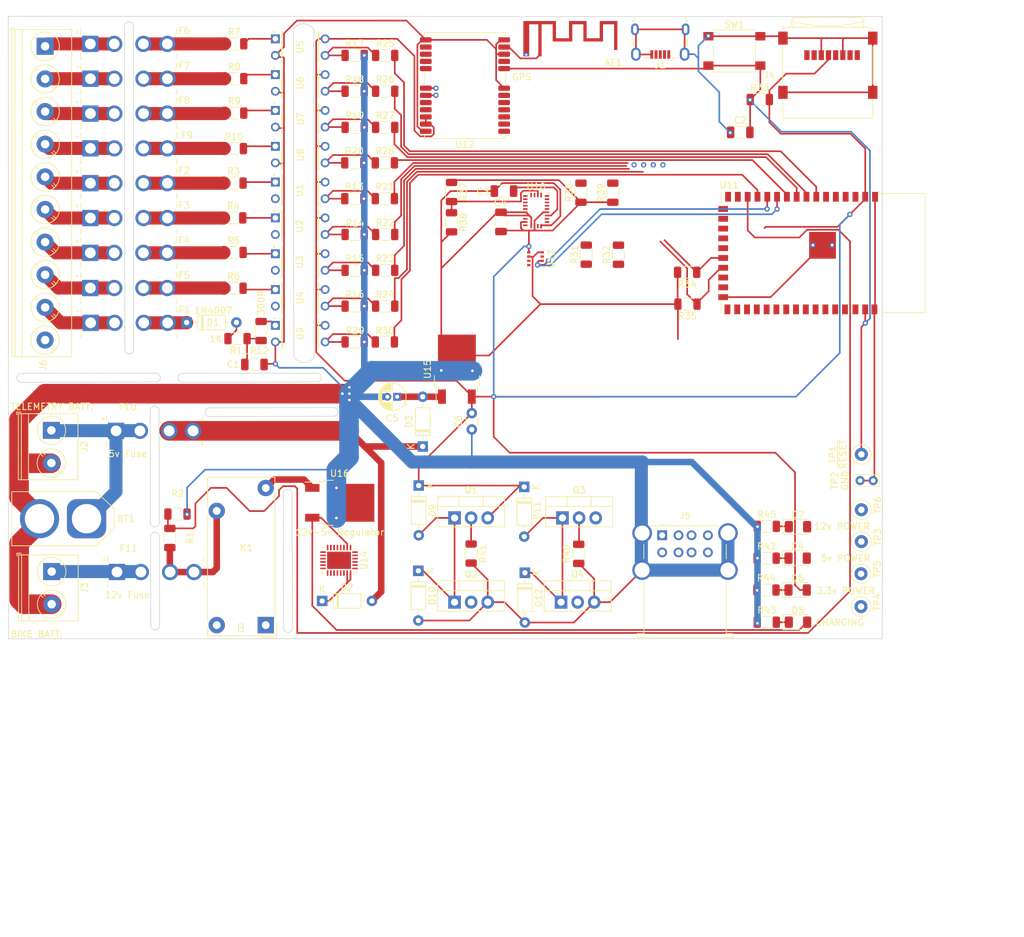
<source format=kicad_pcb>
(kicad_pcb (version 20211014) (generator pcbnew)
  (layers (0 "F.Cu" signal) (31 "B.Cu" signal) (34 "B.Paste" user) (35 "F.Paste" user) (36 "B.SilkS" user "B.Silkscreen") (37 "F.SilkS" user "F.Silkscreen") (38 "B.Mask" user) (39 "F.Mask" user) (44 "Edge.Cuts" user))
  (net 0 "")
  (net 1 "GND")
  (net 2 "~{RESET}")
  (net 3 "+3V3")
  (net 4 "Coil Neg")
  (net 5 "Net-(D1-Pad2)")
  (net 6 "Net-(D2-Pad1)")
  (net 7 "+5V")
  (net 8 "Net-(D4-Pad1)")
  (net 9 "Charge-Sens")
  (net 10 "Net-(D6-Pad1)")
  (net 11 "+12V")
  (net 12 "Recharge_Set")
  (net 13 "Recharge_Unset")
  (net 14 "Net-(J1-Pad2)")
  (net 15 "Net-(J1-Pad3)")
  (net 17 "/SS1")
  (net 18 "/MOSI")
  (net 19 "/CLK")
  (net 20 "/MISO")
  (net 21 "Ignition")
  (net 22 "Starter")
  (net 23 "Neutral")
  (net 24 "Kickstand")
  (net 25 "Brake Front")
  (net 26 "Brake Rear")
  (net 27 "Turn Left")
  (net 28 "Turn Right")
  (net 29 "Recharge_Disarm")
  (net 30 "Recharge_Arm")
  (net 32 "/BIKE_BATT")
  (net 33 "Net-(R3-Pad2)")
  (net 34 "Net-(R4-Pad2)")
  (net 35 "Net-(R5-Pad2)")
  (net 36 "Net-(R6-Pad2)")
  (net 37 "Net-(R7-Pad2)")
  (net 38 "Net-(R8-Pad2)")
  (net 39 "Net-(R9-Pad2)")
  (net 40 "Net-(R10-Pad2)")
  (net 41 "Net-(R12-Pad2)")
  (net 42 "Net-(R13-Pad1)")
  (net 43 "Net-(R14-Pad1)")
  (net 44 "Net-(R15-Pad1)")
  (net 45 "Net-(R16-Pad1)")
  (net 46 "Net-(R17-Pad1)")
  (net 47 "Net-(R18-Pad1)")
  (net 48 "Net-(R19-Pad1)")
  (net 49 "Net-(R20-Pad1)")
  (net 50 "/BR_FRNT")
  (net 51 "/BR_REAR")
  (net 52 "/TR_LEFT")
  (net 53 "/TR_RIGT")
  (net 54 "/IGN")
  (net 55 "/START")
  (net 56 "/NEUTRAL")
  (net 57 "/KICK")
  (net 58 "Net-(R29-Pad1)")
  (net 59 "/TACH")
  (net 68 "/SD_DET")
  (net 107 "Net-(U14-Pad19)")
  (net 108 "Net-(U14-Pad23)")
  (net 109 "Net-(U14-Pad26)")
  (net 110 "/5v-In")
  (net 111 "/BATT-TELM-POS")
  (net 112 "/BATT-BIKE-POS")
  (net 113 "/CHARGING-LED-CAT")
  (net 114 "/12v-LED-CAT")
  (net 115 "/12V-IN")
  (net 116 "Net-(D1-Pad1)")
  (net 117 "Net-(F3-Pad2)")
  (net 118 "Net-(F4-Pad2)")
  (net 119 "Net-(F5-Pad2)")
  (net 120 "Net-(F6-Pad2)")
  (net 121 "Net-(F8-Pad2)")
  (net 122 "Net-(F9-Pad2)")
  (net 123 "Net-(AE1-Pad1)")
  (net 124 "Net-(F7-Pad2)")
  (net 125 "Net-(F2-Pad2)")
  (net 126 "Net-(C1-Pad1)")
  (net 131 "Net-(C3-Pad1)")
  (net 134 "HOST_INT")
  (net 135 "Net-(R37-Pad2)")
  (net 148 "/H_SDA")
  (net 149 "/H_SCL")
  (net 150 "/E_SDA")
  (net 151 "/E_SCL")
  (footprint "Resistor_SMD:R_1206_3216Metric" (layer "F.Cu") (at 124.0028 61.6712)
    (fp_text reference "R13")
    (fp_text value "R_Small_US")
  )
  (footprint "Resistor_SMD:R_1206_3216Metric" (layer "F.Cu") (at 128.6764 61.6712)
    (fp_text reference "R21")
    (fp_text value "R_US")
  )
  (footprint "TerminalBlock_Phoenix:TerminalBlock_Phoenix_PT-1,5-2-5.0-H_1x02_P5.00mm_Horizontal" (layer "F.Cu") (at 77.6224 97.1586 -90)
    (fp_text reference "J2")
    (fp_text value "Screw_Terminal_01x02")
  )
  (footprint "VO615A:DIP762W50P254L458H480Q4" (layer "F.Cu") (at 115.7224 49.4284)
    (fp_text reference "U7")
    (fp_text value "VO615A")
  )
  (footprint "Resistor_SMD:R_1206_3216Metric" (layer "F.Cu") (at 187.1248 116.7384)
    (fp_text reference "R42")
    (fp_text value "64R")
  )
  (footprint "Resistor_SMD:R_1206_3216Metric" (layer "F.Cu") (at 128.7272 39.7256)
    (fp_text reference "R25")
    (fp_text value "R_US")
  )
  (footprint "Package_TO_SOT_SMD:TO-252-2" (layer "F.Cu") (at 139.706 87.7936 90)
    (fp_text reference "U15")
    (fp_text value "5V-3.3V Regulator")
  )
  (footprint "Resistor_SMD:R_1206_3216Metric" (layer "F.Cu") (at 128.6764 56.1848)
    (fp_text reference "R28")
    (fp_text value "R_US")
  )
  (footprint "Button_Switch_SMD:SW_Push_1P1T_NO_6x6mm_H9.5mm" (layer "F.Cu") (at 182.1852 39.038)
    (fp_text reference "SW1")
    (fp_text value "RESET")
  )
  (footprint "Connector_Card:microSD_HC_Wuerth_693072010801" (layer "F.Cu") (at 196.4944 41.2309)
    (fp_text reference "J4")
    (fp_text value "Micro_SD_Card_Det")
  )
  (footprint "Connector_USB:USB_A_Wuerth_61400826021_Horizontal_Stacked" (layer "F.Cu") (at 171.1336 113.2372)
    (fp_text reference "J5")
    (fp_text value "GoPro Power USBAx2")
  )
  (footprint "Capacitor_THT:CP_Radial_D4.0mm_P1.50mm" (layer "F.Cu") (at 130.562 92.01 180)
    (fp_text reference "C5")
    (fp_text value "Smooth Cap")
  )
  (footprint "TestPoint:TestPoint_Loop_D2.50mm_Drill1.0mm" (layer "F.Cu") (at 201.6252 109.3216 90)
    (fp_text reference "TP6")
    (fp_text value "12v")
  )
  (footprint "Resistor_SMD:R_1206_3216Metric" (layer "F.Cu") (at 186.0804 46.482)
    (fp_text reference "R33")
    (fp_text value "1k")
  )
  (footprint "Resistor_SMD:R_1206_3216Metric" (layer "F.Cu") (at 187.0964 121.6152)
    (fp_text reference "R44")
    (fp_text value "0R")
  )
  (footprint "Resistor_SMD:R_1206_3216Metric" (layer "F.Cu") (at 124.0536 83.6168)
    (fp_text reference "R29")
    (fp_text value "R_Small_US")
  )
  (footprint "Package_TO_SOT_SMD:TO-252-2" (layer "F.Cu") (at 121.7676 108.2548)
    (fp_text reference "U16")
    (fp_text value "12v-5v Regulator")
  )
  (footprint "BK-6013:FUSE_BK-6013" (layer "F.Cu") (at 89.492244 53.966956)
    (fp_text reference "F9")
    (fp_text value "12v Fuse")
  )
  (footprint "Package_TO_SOT_THT:TO-220-3_Vertical" (layer "F.Cu") (at 155.6512 123.4746)
    (fp_text reference "Q4")
    (fp_text value "Q_NMOS_DGS")
  )
  (footprint "Diode_THT:D_DO-35_SOD27_P7.62mm_Horizontal" (layer "F.Cu") (at 119.0752 123.2916)
    (fp_text reference "D2")
    (fp_text value "DIODE")
  )
  (footprint "Relay_THT:Relay_1P1T_NO_10x24x18.8mm_Panasonic_ADW11xxxxW_THT" (layer "F.Cu") (at 110.4391 126.9935 180)
    (fp_text reference "K1")
    (fp_text value "ADW11")
  )
  (footprint "Package_LGA:Bosch_LGA-8_2.5x2.5mm_P0.65mm_ClockwisePinNumbering" (layer "F.Cu") (at 151.7396 70.866 -90)
    (fp_text reference "U13")
    (fp_text value "BME280")
  )
  (footprint "Resistor_SMD:R_1206_3216Metric" (layer "F.Cu") (at 124.0536 78.1304)
    (fp_text reference "R16")
    (fp_text value "R_Small_US")
  )
  (footprint "VO615A:DIP762W50P254L458H480Q4" (layer "F.Cu") (at 115.7224 82.3468)
    (fp_text reference "U9")
    (fp_text value "VO615A")
  )
  (footprint "Resistor_SMD:R_1206_3216Metric" (layer "F.Cu") (at 124.0536 50.7492)
    (fp_text reference "R19")
    (fp_text value "R_Small_US")
  )
  (footprint "Resistor_SMD:R_1206_3216Metric" (layer "F.Cu") (at 105.5624 54.0004)
    (fp_text reference "R10")
    (fp_text value "R_US")
  )
  (footprint "Resistor_SMD:R_1206_3216Metric" (layer "F.Cu") (at 175.006 77.8256 180)
    (fp_text reference "R35")
    (fp_text value "10k")
  )
  (footprint "Resistor_SMD:R_1206_3216Metric" (layer "F.Cu") (at 95.758 113.6396 90)
    (fp_text reference "R1")
    (fp_text value "23R7")
  )
  (footprint "Resistor_SMD:R_1206_3216Metric" (layer "F.Cu") (at 128.7272 78.1304)
    (fp_text reference "R24")
    (fp_text value "R_US")
  )
  (footprint "Capacitor_SMD:C_1206_3216Metric" (layer "F.Cu") (at 146.4564 65.2272 -90)
    (fp_text reference "C4")
    (fp_text value "0.1uF")
  )
  (footprint "LED_SMD:LED_1206_3216Metric" (layer "F.Cu") (at 191.9224 126.5428)
    (fp_text reference "D5")
    (fp_text value "CHARGING")
  )
  (footprint "TestPoint:TestPoint_Loop_D2.50mm_Drill1.0mm" (layer "F.Cu") (at 201.5744 119.126 90)
    (fp_text reference "TP5")
    (fp_text value "3.3v")
  )
  (footprint "Resistor_SMD:R_1206_3216Metric" (layer "F.Cu") (at 187.1472 111.8616)
    (fp_text reference "R45")
    (fp_text value "344R")
  )
  (footprint "Capacitor_SMD:C_1206_3216Metric" (layer "F.Cu") (at 183.0832 51.5112)
    (fp_text reference "C2")
    (fp_text value "0.1uF")
  )
  (footprint "Resistor_SMD:R_1206_3216Metric" (layer "F.Cu") (at 128.6764 83.6168)
    (fp_text reference "R30")
    (fp_text value "R_US")
  )
  (footprint "BK-6013:FUSE_BK-6013" (layer "F.Cu") (at 93.4212 97.2312)
    (fp_text reference "F10")
    (fp_text value "5v Fuse")
  )
  (footprint "Diode_THT:D_DO-35_SOD27_P7.62mm_Horizontal" (layer "F.Cu") (at 98.331444 80.636956)
    (fp_text reference "D1")
    (fp_text value "1N4007")
  )
  (footprint "Capacitor_SMD:C_1206_3216Metric" (layer "F.Cu") (at 108.712 87.0712)
    (fp_text reference "C1")
    (fp_text value "C_Small")
  )
  (footprint "Resistor_SMD:R_1206_3216Metric" (layer "F.Cu") (at 158.3572 116.078 90)
    (fp_text reference "R40")
    (fp_text value "10k")
  )
  (footprint "Package_TO_SOT_THT:TO-220-3_Vertical" (layer "F.Cu") (at 139.3444 123.4746)
    (fp_text reference "Q2")
    (fp_text value "Q_NMOS_DGS")
  )
  (footprint "Resistor_SMD:R_1206_3216Metric" (layer "F.Cu") (at 105.6132 48.5648)
    (fp_text reference "R9")
    (fp_text value "R_US")
  )
  (footprint "Resistor_SMD:R_1206_3216Metric" (layer "F.Cu") (at 164.4396 70.2564 90)
    (fp_text reference "R32")
    (fp_text value "2k2")
  )
  (footprint "BK-6013:FUSE_BK-6013" (layer "F.Cu") (at 89.492244 64.634956)
    (fp_text reference "F3")
    (fp_text value "12v Fuse")
  )
  (footprint "BK-6013:FUSE_BK-6013" (layer "F.Cu") (at 89.492244 43.298956)
    (fp_text reference "F7")
    (fp_text value "12v Fuse")
  )
  (footprint "LED_SMD:LED_1206_3216Metric" (layer "F.Cu") (at 191.9224 111.9124)
    (fp_text reference "D7")
    (fp_text value "12v POWER")
  )
  (footprint "Resistor_SMD:R_1206_3216Metric" (layer "F.Cu") (at 128.7272 45.212)
    (fp_text reference "R26")
    (fp_text value "R_US")
  )
  (footprint "Resistor_SMD:R_1206_3216Metric" (layer "F.Cu") (at 128.7272 50.7492)
    (fp_text reference "R27")
    (fp_text value "R_US")
  )
  (footprint "Resistor_SMD:R_1206_3216Metric" (layer "F.Cu") (at 128.7272 72.644)
    (fp_text reference "R23")
    (fp_text value "R_US")
  )
  (footprint "Resistor_SMD:R_1206_3216Metric" (layer "F.Cu") (at 138.8872 60.6445 -90)
    (fp_text reference "R37")
    (fp_text value "DNI")
  )
  (footprint "Diode_THT:D_DO-35_SOD27_P7.62mm_Horizontal" (layer "F.Cu") (at 150.0124 105.8164 -90)
    (fp_text reference "D11")
    (fp_text value "1N5711")
  )
  (footprint "Diode_THT:D_DO-35_SOD27_P7.62mm_Horizontal" (layer "F.Cu") (at 150.114 118.9736 -90)
    (fp_text reference "D12")
    (fp_text value "1N5711")
  )
  (footprint "Resistor_SMD:R_1206_3216Metric" (layer "F.Cu") (at 124.0028 56.1848)
    (fp_text reference "R20")
    (fp_text value "R_Small_US")
  )
  (footprint "BK-6013:FUSE_BK-6013" (layer "F.Cu") (at 89.492244 48.632956)
    (fp_text reference "F8")
    (fp_text value "12v Fuse")
  )
  (footprint "Resistor_SMD:R_1206_3216Metric" (layer "F.Cu") (at 124.0536 39.7256)
    (fp_text reference "R17")
    (fp_text value "R_Small_US")
  )
  (footprint "VO615A:DIP762W50P254L458H480Q4" (layer "F.Cu") (at 115.7224 43.942)
    (fp_text reference "U6")
    (fp_text value "VO615A")
  )
  (footprint "Capacitor_SMD:C_1206_3216Metric" (layer "F.Cu") (at 146.9136 60.5028 180)
    (fp_text reference "C3")
    (fp_text value "0.1uF")
  )
  (footprint "Diode_THT:D_DO-35_SOD27_P7.62mm_Horizontal" (layer "F.Cu") (at 133.8072 118.6688 -90)
    (fp_text reference "D10")
    (fp_text value "1N5711")
  )
  (footprint "Resistor_SMD:R_1206_3216Metric" (layer "F.Cu") (at 105.5116 75.3872)
    (fp_text reference "R6")
    (fp_text value "R_US")
  )
  (footprint "VO615A:DIP762W50P254L458H480Q4" (layer "F.Cu") (at 115.7224 60.4012)
    (fp_text reference "U1")
    (fp_text value "VO615A")
  )
  (footprint "RF_Antenna:Texas_SWRA117D_2.4GHz_Right" (layer "F.Cu") (at 152.422 39.6074)
    (fp_text reference "AE1")
    (fp_text value "Antenna")
  )
  (footprint "Package_DFN_QFN:QFN-28-1EP_4x5mm_P0.5mm_EP2.65x3.65mm" (layer "F.Cu") (at 121.662 117.0628 -90)
    (fp_text reference "U14")
    (fp_text value "LTC4156")
  )
  (footprint "Resistor_SMD:R_1206_3216Metric" (layer "F.Cu") (at 158.6992 60.7568 90)
    (fp_text reference "R36")
    (fp_text value "2k2")
  )
  (footprint "Resistor_SMD:R_1206_3216Metric" (layer "F.Cu") (at 159.512 70.2457 90)
    (fp_text reference "R31")
    (fp_text value "2k2")
  )
  (footprint "Resistor_SMD:R_1206_3216Metric" (layer "F.Cu") (at 128.7272 67.1576)
    (fp_text reference "R22")
    (fp_text value "R_US")
  )
  (footprint "Resistor_SMD:R_1206_3216Metric" (layer "F.Cu") (at 109.728 81.9404 90)
    (fp_text reference "R12")
    (fp_text value "300R")
  )
  (footprint "VO615A:DIP762W50P254L458H480Q4" (layer "F.Cu") (at 115.7224 71.374)
    (fp_text reference "U3")
    (fp_text value "VO615A")
  )
  (footprint "TestPoint:TestPoint_Loop_D2.50mm_Drill1.0mm" (layer "F.Cu") (at 201.5744 124.1552 90)
    (fp_text reference "TP4")
    (fp_text value "Charge")
  )
  (footprint "Resistor_SMD:R_1206_3216Metric" (layer "F.Cu") (at 105.5116 59.2836)
    (fp_text reference "R3")
    (fp_text value "R_US")
  )
  (footprint "Resistor_SMD:R_1206_3216Metric" (layer "F.Cu") (at 138.8872 65.2887 -90)
    (fp_text reference "R38")
    (fp_text value "0R")
  )
  (footprint "VO615A:DIP762W50P254L458H480Q4" (layer "F.Cu") (at 115.7224 76.8604)
    (fp_text reference "U4")
    (fp_text value "VO615A")
  )
  (footprint "TestPoint:TestPoint_Loop_D2.50mm_Drill1.0mm" (layer "F.Cu") (at 201.6252 114.1984 90)
    (fp_text reference "TP3")
    (fp_text value "5v")
  )
  (footprint "Resistor_SMD:R_1206_3216Metric" (layer "F.Cu") (at 124.0536 72.644)
    (fp_text reference "R15")
    (fp_text value "R_Small_US")
  )
  (footprint "BK-6013:FUSE_BK-6013" (layer "F.Cu") (at 93.5624 118.8628)
    (fp_text reference "F11")
    (fp_text value "12v Fuse")
  )
  (footprint "BK-6013:FUSE_BK-6013" (layer "F.Cu") (at 89.526544 80.687756)
    (fp_text reference "F1")
    (fp_text value "12v Fuse")
  )
  (footprint "LED_SMD:LED_1206_3216Metric" (layer "F.Cu") (at 191.8716 121.6152)
    (fp_text reference "D6")
    (fp_text value "3.3v POWER")
  )
  (footprint "Package_LGA:LGA-28_5.2x3.8mm_P0.5mm" (layer "F.Cu") (at 151.8412 63.5 90)
    (fp_text reference "U10")
    (fp_text value "BNO085")
  )
  (footprint "BK-6013:FUSE_BK-6013" (layer "F.Cu") (at 89.492244 59.300956)
    (fp_text reference "F2")
    (fp_text value "12v Fuse")
  )
  (footprint "Package_TO_SOT_THT:TO-220-3_Vertical" (layer "F.Cu") (at 155.868 110.5714)
    (fp_text reference "Q3")
    (fp_text value "Q_PMOS_DGS")
  )
  (footprint "BK-6013:FUSE_BK-6013" (layer "F.Cu") (at 89.475744 75.353756)
    (fp_text reference "F5")
    (fp_text value "12v Fuse")
  )
  (footprint "Resistor_SMD:R_1206_3216Metric" (layer "F.Cu") (at 106.1212 83.1088)
    (fp_text reference "R11")
    (fp_text value "1K")
  )
  (footprint "TestPoint:TestPoint_Loop_D2.50mm_Drill1.0mm" (layer "F.Cu") (at 201.6252 100.838 90)
    (fp_text reference "TP1")
    (fp_text value "~{RESET}")
  )
  (footprint "Capacitor_THT:C_Disc_D3.0mm_W1.6mm_P2.50mm" (layer "F.Cu") (at 141.986 97.028 90)
    (fp_text reference "C6")
    (fp_text value "Bypass Cap")
  )
  (footprint "Resistor_SMD:R_1206_3216Metric" (layer "F.Cu") (at 124.0536 67.1576)
    (fp_text reference "R14")
    (fp_text value "R_Small_US")
  )
  (footprint "Connector_USB:USB_Micro-B_Wuerth_629105150521" (layer "F.Cu") (at 170.8404 37.6866 180)
    (fp_text reference "J1")
    (fp_text value "USB_B_Micro-ESP32")
  )
  (footprint "Connector_AMASS:AMASS_XT60-M_1x02_P7.20mm_Vertical" (layer "F.Cu") (at 83.0072 110.6932 180)
    (fp_text reference "BT1")
    (fp_text value "Telemetry Battery")
  )
  (footprint "Resistor_SMD:R_1206_3216Metric" (layer "F.Cu") (at 124.0536 45.212)
    (fp_text reference "R18")
    (fp_text value "R_Small_US")
  )
  (footprint "Resistor_SMD:R_1206_3216Metric" (layer "F.Cu") (at 105.4608 64.6176)
    (fp_text reference "R4")
    (fp_text value "R_US")
  )
  (footprint "Resistor_SMD:R_1206_3216Metric" (layer "F.Cu") (at 105.5116 69.9008)
    (fp_text reference "R5")
    (fp_text value "R_US")
  )
  (footprint "TerminalBlock_Phoenix:TerminalBlock_Phoenix_PT-1,5-2-5.0-H_1x02_P5.00mm_Horizontal" (layer "F.Cu") (at 77.6688 118.7902 -90)
    (fp_text reference "J3")
    (fp_text value "Screw_Terminal_01x02")
  )
  (footprint "Resistor_SMD:R_1206_3216Metric" (layer "F.Cu") (at 174.9552 72.9488 180)
    (fp_text reference "R34")
    (fp_text value "10k")
  )
  (footprint "TestPoint:TestPoint_Bridge_Pitch2.0mm_Drill0.7mm" (layer "F.Cu") (at 201.438 104.8512)
    (fp_text reference "TP2")
    (fp_text value "GND")
  )
  (footprint "VO615A:DIP762W50P254L458H480Q4" (layer "F.Cu") (at 115.7224 38.4556)
    (fp_text reference "U5")
    (fp_text value "VO615A")
  )
  (footprint "LED_SMD:LED_1206_3216Metric" (layer "F.Cu") (at 191.8716 116.7384)
    (fp_text reference "D4")
    (fp_text value "5v POWER")
  )
  (footprint "Diode_THT:D_DO-35_SOD27_P7.62mm_Horizontal" (layer "F.Cu") (at 134.4736 99.63 90)
    (fp_text reference "D3")
    (fp_text value "DIODE")
  )
  (footprint "Package_TO_SOT_THT:TO-220-3_Vertical" (layer "F.Cu") (at 139.3444 110.5714)
    (fp_text reference "Q1")
    (fp_text value "Q_PMOS_DGS")
  )
  (footprint "Diode_THT:D_DO-35_SOD27_P7.62mm_Horizontal" (layer "F.Cu") (at 133.858 105.6132 -90)
    (fp_text reference "D9")
    (fp_text value "1N5711")
  )
  (footprint "Resistor_SMD:R_1206_3216Metric" (layer "F.Cu") (at 105.6132 43.2816)
    (fp_text reference "R8")
    (fp_text value "R_US")
  )
  (footprint "Resistor_SMD:R_1206_3216Metric" (layer "F.Cu") (at 105.6132 37.9476)
    (fp_text reference "R7")
    (fp_text value "R_US")
  )
  (footprint "BK-6013:FUSE_BK-6013" (layer "F.Cu") (at 89.475744 37.964956)
    (fp_text reference "F6")
    (fp_text value "12v Fuse")
  )
  (footprint "Resistor_SMD:R_1206_3216Metric" (layer "F.Cu") (at 141.8844 116.0272 -90)
    (fp_text reference "R41")
    (fp_text value "10k")
  )
  (footprint "VO615A:DIP762W50P254L458H480Q4" (layer "F.Cu") (at 115.7224 54.9148)
    (fp_text reference "U8")
    (fp_text value "VO615A")
  )
  (footprint "RF_GPS:ublox_NEO" (layer "F.Cu") (at 140.939783 44.3448 180)
    (fp_text reference "U12")
    (fp_text value "NEO-8Q")
  )
  (footprint "Resistor_SMD:R_1206_3216Metric" (layer "F.Cu") (at 96.9264 109.982)
    (fp_text reference "R2")
    (fp_text value "6R65")
  )
  (footprint "RF_Module:ESP32-S2-WROVER" (layer "F.Cu") (at 191.9468 70.0024 -90)
    (fp_text reference "U11")
    (fp_text value "ESP32-S2-WROVER")
  )
  (footprint "Resistor_SMD:R_1206_3216Metric" (layer "F.Cu") (at 187.1472 126.5428)
    (fp_text reference "R43")
    (fp_text value "64R")
  )
  (footprint "TerminalBlock_Phoenix:TerminalBlock_Phoenix_PT-1,5-10-5.0-H_1x10_P5.00mm_Horizontal" (layer "F.Cu") (at 76.665288 38.324956 -90)
    (fp_text reference "J6")
    (fp_text value "Screw_Terminal_01x10")
  )
  (footprint "Resistor_SMD:R_1206_3216Metric" (layer "F.Cu") (at 163.576 60.7568 90)
    (fp_text reference "R39")
    (fp_text value "2k2")
  )
  (footprint "BK-6013:FUSE_BK-6013" (layer "F.Cu") (at 89.475744 69.968956)
    (fp_text reference "F4")
    (fp_text value "12v Fuse")
  )
  (footprint "VO615A:DIP762W50P254L458H480Q4" (layer "F.Cu") (at 115.7224 65.8876)
    (fp_text reference "U2")
    (fp_text value "VO615A")
  )
  (gr_line (start 92.7543 94.141128) (end 92.794244 111.294072) (layer "Edge.Cuts") (width 0.1))
  (gr_arc (start 94.200556 127.033444) (mid 93.5228 127.7112) (end 92.845044 127.033444) (layer "Edge.Cuts") (width 0.1))
  (gr_line (start 94.200556 127.033444) (end 94.156256 113.4363) (layer "Edge.Cuts") (width 0.1))
  (gr_arc (start 118.2624 88.392) (mid 118.940156 89.069756) (end 118.2624 89.747512) (layer "Edge.Cuts") (width 0.1))
  (gr_line (start 73.016956 89.798312) (end 93.6244 89.747512) (layer "Edge.Cuts") (width 0.1))
  (gr_arc (start 73.016956 89.798312) (mid 72.3392 89.120556) (end 73.016956 88.4428) (layer "Edge.Cuts") (width 0.1))
  (gr_line (start 71.0184 33.7312) (end 71.0692 129.0828) (layer "Edge.Cuts") (width 0.1))
  (gr_line (start 93.6244 88.392) (end 73.016956 88.4428) (layer "Edge.Cuts") (width 0.1))
  (gr_line (start 114.5286 127.448522) (end 114.4778 106.841078) (layer "Edge.Cuts") (width 0.1))
  (gr_arc (start 90.2208 84.751756) (mid 89.543044 85.429512) (end 88.865288 84.751756) (layer "Edge.Cuts") (width 0.1))
  (gr_arc (start 113.122288 106.841078) (mid 113.800044 106.163322) (end 114.4778 106.841078) (layer "Edge.Cuts") (width 0.1))
  (gr_arc (start 92.800744 113.4363) (mid 93.4785 112.758544) (end 94.156256 113.4363) (layer "Edge.Cuts") (width 0.1))
  (gr_line (start 88.814488 35.1536) (end 88.865288 84.751756) (layer "Edge.Cuts") (width 0.1))
  (gr_line (start 120.793722 93.6498) (end 101.820556 93.708644) (layer "Edge.Cuts") (width 0.1))
  (gr_arc (start 92.7543 94.141128) (mid 93.432056 93.463372) (end 94.109812 94.141128) (layer "Edge.Cuts") (width 0.1))
  (gr_line (start 71.0692 129.0828) (end 204.8256 129.0828) (layer "Edge.Cuts") (width 0.1))
  (gr_line (start 90.2208 84.751756) (end 90.17 35.1536) (layer "Edge.Cuts") (width 0.1))
  (gr_line (start 94.149756 111.294072) (end 94.109812 94.141128) (layer "Edge.Cuts") (width 0.1))
  (gr_line (start 204.8256 33.782) (end 71.0184 33.7312) (layer "Edge.Cuts") (width 0.1))
  (gr_line (start 114.681 35.771878) (end 114.736331 85.831543) (layer "Edge.Cuts") (width 0.1))
  (gr_arc (start 93.6244 88.392) (mid 94.302156 89.069756) (end 93.6244 89.747512) (layer "Edge.Cuts") (width 0.1))
  (gr_arc (start 120.793722 93.6498) (mid 121.471478 94.327556) (end 120.793722 95.005312) (layer "Edge.Cuts") (width 0.1))
  (gr_line (start 113.122288 106.841078) (end 113.173088 127.448522) (layer "Edge.Cuts") (width 0.1))
  (gr_arc (start 114.681 35.771878) (mid 116.260331 34.896499) (end 117.8052 35.831356) (layer "Edge.Cuts") (width 0.1))
  (gr_arc (start 94.149756 111.294072) (mid 93.472 111.971828) (end 92.794244 111.294072) (layer "Edge.Cuts") (width 0.1))
  (gr_arc (start 114.5286 127.448522) (mid 113.850844 128.126278) (end 113.173088 127.448522) (layer "Edge.Cuts") (width 0.1))
  (gr_line (start 92.800744 113.4363) (end 92.845044 127.033444) (layer "Edge.Cuts") (width 0.1))
  (gr_arc (start 101.820556 95.064156) (mid 101.1428 94.3864) (end 101.820556 93.708644) (layer "Edge.Cuts") (width 0.1))
  (gr_line (start 118.2624 88.392) (end 97.654956 88.4428) (layer "Edge.Cuts") (width 0.1))
  (gr_line (start 101.820556 95.064156) (end 120.793722 95.005312) (layer "Edge.Cuts") (width 0.1))
  (gr_arc (start 117.860531 85.891021) (mid 116.2812 86.7664) (end 114.736331 85.831543) (layer "Edge.Cuts") (width 0.1))
  (gr_arc (start 88.814488 35.1536) (mid 89.492244 34.570318) (end 90.17 35.1536) (layer "Edge.Cuts") (width 0.1))
  (gr_line (start 117.860531 85.891021) (end 117.8052 35.831356) (layer "Edge.Cuts") (width 0.1))
  (gr_arc (start 97.654956 89.798312) (mid 96.9772 89.120556) (end 97.654956 88.4428) (layer "Edge.Cuts") (width 0.1))
  (gr_line (start 97.654956 89.798312) (end 118.2624 89.747512) (layer "Edge.Cuts") (width 0.1))
  (gr_line (start 204.8256 129.0828) (end 204.8256 33.782) (layer "Edge.Cuts") (width 0.1))
  (gr_text "GPS" (at 149.6568 43.0276) (layer "F.SilkS") (effects (font (size 1 1))))
  (gr_text "TELEMETRY BATT." (at 77.7305 93.5227) (layer "F.SilkS") (effects (font (size 1 1))))
  (gr_text "BIKE BATT." (at 75.3937 128.3715) (layer "F.SilkS") (effects (font (size 1 1))))
  (via (at 171.2468 56.4896) (size 0.8) (drill 0.4) (layers "F.Cu" "B.Cu") (net 0))
  (via (at 168.3004 56.4896) (size 0.8) (drill 0.4) (layers "F.Cu" "B.Cu") (net 0))
  (via (at 166.8272 56.4896) (size 0.8) (drill 0.4) (layers "F.Cu" "B.Cu") (net 0))
  (via (at 169.7736 56.4896) (size 0.8) (drill 0.4) (layers "F.Cu" "B.Cu") (net 0))
  (segment (start 113.2332 66.9544) (end 113.2332 67.3608) (width 0.25) (layer "F.Cu") (net 1))
  (segment (start 131.986583 34.3916) (end 134.939783 37.3448) (width 0.25) (layer "F.Cu") (net 1))
  (segment (start 203.3694 45.3809) (end 189.6194 45.3809) (width 0.25) (layer "F.Cu") (net 1))
  (segment (start 113.2332 67.3608) (end 113.2332 77.978) (width 0.25) (layer "F.Cu") (net 1))
  (segment (start 137.3124 72.3392) (end 145.8994 63.7522) (width 0.25) (layer "F.Cu") (net 1))
  (segment (start 134.398 51.3448) (end 133.6548 50.6016) (width 0.25) (layer "F.Cu") (net 1))
  (segment (start 173.4927 77.7748) (end 173.4927 72.9488) (width 0.25) (layer "F.Cu") (net 1))
  (segment (start 151.0912 65.8875) (end 151.0912 64.548978) (width 0.25) (layer "F.Cu") (net 1))
  (segment (start 135.481566 51.3448) (end 134.939783 51.3448) (width 0.25) (layer "F.Cu") (net 1))
  (segment (start 144.4244 120.0297) (end 144.4244 123.4746) (width 0.25) (layer "F.Cu") (net 1))
  (segment (start 111.844244 56.303756) (end 113.165044 56.303756) (width 0.25) (layer "F.Cu") (net 1))
  (segment (start 195.4944 37.1126) (end 195.5261 37.0809) (width 0.25) (layer "F.Cu") (net 1))
  (segment (start 151.289111 76.613111) (end 151.289111 70.691489) (width 0.25) (layer "F.Cu") (net 1))
  (segment (start 113.2332 40.115912) (end 113.2332 45.5168) (width 0.25) (layer "F.Cu") (net 1))
  (segment (start 113.2332 56.2356) (end 113.2332 66.9544) (width 0.25) (layer "F.Cu") (net 1))
  (segment (start 113.2332 77.978) (end 113.2332 83.6168) (width 0.25) (layer "F.Cu") (net 1))
  (segment (start 152.5016 77.8256) (end 173.5435 77.8256) (width 0.25) (layer "F.Cu") (net 1))
  (segment (start 186.1602 36.788) (end 189.3265 36.788) (width 0.25) (layer "F.Cu") (net 1))
  (segment (start 72.704498 123.091498) (end 73.4032 123.7902) (width 3) (layer "F.Cu") (net 1))
  (segment (start 111.9124 83.6168) (end 111.9124 86.9696) (width 0.25) (layer "F.Cu") (net 1))
  (segment (start 111.9124 86.9696) (end 110.2886 86.9696) (width 0.25) (layer "F.Cu") (net 1))
  (segment (start 111.844244 39.996956) (end 113.114244 39.996956) (width 0.25) (layer "F.Cu") (net 1))
  (segment (start 146.66312 59.27828) (end 154.52828 59.27828) (width 0.25) (layer "F.Cu") (net 1))
  (segment (start 153.5037 65.75) (end 152.7287 65.75) (width 0.25) (layer "F.Cu") (net 1))
  (segment (start 160.7312 119.9145) (end 160.7312 123.4746) (width 0.25) (layer "F.Cu") (net 1))
  (segment (start 154.1632 65.75) (end 153.5037 65.75) (width 0.25) (layer "F.Cu") (net 1))
  (segment (start 141.8844 117.4897) (end 144.4244 120.0297) (width 0.25) (layer "F.Cu") (net 1))
  (segment (start 111.844244 50.868156) (end 113.215844 50.868156) (width 0.25) (layer "F.Cu") (net 1))
  (segment (start 113.2332 50.8508) (end 113.2332 56.2356) (width 0.25) (layer "F.Cu") (net 1))
  (segment (start 139.706 85.6936) (end 144.6336 85.6936) (width 0.25) (layer "F.Cu") (net 1))
  (segment (start 151.289111 70.691489) (end 151.138622 70.541) (width 0.25) (layer "F.Cu") (net 1))
  (segment (start 144.4244 123.4746) (end 146.995 123.4746) (width 0.25) (layer "F.Cu") (net 1))
  (segment (start 198.8281 37.0809) (end 203.3694 37.0809) (width 0.25) (layer "F.Cu") (net 1))
  (segment (start 113.2332 36.3728) (end 115.2144 34.3916) (width 0.25) (layer "F.Cu") (net 1))
  (segment (start 152.5016 77.8256) (end 151.289111 76.613111) (width 0.25) (layer "F.Cu") (net 1))
  (segment (start 144.302983 37.3448) (end 145.715263 38.75708) (width 0.25) (layer "F.Cu") (net 1))
  (segment (start 113.165044 56.303756) (end 113.2332 56.2356) (width 0.25) (layer "F.Cu") (net 1))
  (segment (start 145.8994 63.7522) (end 146.4564 63.7522) (width 0.25) (layer "F.Cu") (net 1))
  (segment (start 146.939783 37.3448) (end 146.398 37.3448) (width 0.25) (layer "F.Cu") (net 1))
  (segment (start 150.292222 63.75) (end 151.0912 64.548978) (width 0.25) (layer "F.Cu") (net 1))
  (segment (start 145.4386 60.5028) (end 146.66312 59.27828) (width 0.25) (layer "F.Cu") (net 1))
  (segment (start 138.8872 66.7512) (end 137.414 68.2244) (width 0.25) (layer "F.Cu") (net 1))
  (segment (start 133.6548 38.088) (end 134.398 37.3448) (width 0.25) (layer "F.Cu") (net 1))
  (segment (start 167.1154 39.5366) (end 167.1154 35.8866) (width 0.25) (layer "F.Cu") (net 1))
  (segment (start 138.741407 60.5028) (end 145.4386 60.5028) (width 0.25) (layer "F.Cu") (net 1))
  (segment (start 72.693364 114.473931) (end 72.704498 123.091498) (width 3) (layer "F.Cu") (net 1))
  (segment (start 198.7944 37.1146) (end 198.8281 37.0809) (width 0.25) (layer "F.Cu") (net 1))
  (segment (start 163.1562 123.4746) (end 168.0636 118.5672) (width 0.25) (layer "F.Cu") (net 1))
  (segment (start 111.9124 39.7256) (end 113.2332 38.4048) (width 0.25) (layer "F.Cu") (net 1))
  (segment (start 203.3694 37.0809) (end 203.3694 45.3809) (width 0.25) (layer "F.Cu") (net 1))
  (segment (start 167.1654 39.5866) (end 167.1154 39.5366) (width 0.25) (layer "F.Cu") (net 1))
  (segment (start 134.939783 37.3448) (end 144.302983 37.3448) (width 0.25) (layer "F.Cu") (net 1))
  (segment (start 155.54192 64.37128) (end 154.1632 65.75) (width 0.25) (layer "F.Cu") (net 1))
  (segment (start 113.2332 45.5168) (end 113.2332 50.8508) (width 0.25) (layer "F.Cu") (net 1))
  (segment (start 157.6122 126.5936) (end 160.7312 123.4746) (width 0.25) (layer "F.Cu") (net 1))
  (segment (start 141.6102 126.2888) (end 144.4244 123.4746) (width 0.25) (layer "F.Cu") (net 1))
  (segment (start 135.137883 51.5429) (end 134.939783 51.3448) (width 0.25) (layer "F.Cu") (net 1))
  (segment (start 137.3124 87.9856) (end 137.3124 72.3392) (width 0.25) (layer "F.Cu") (net 1))
  (segment (start 134.939783 51.3448) (end 134.398 51.3448) (width 0.25) (layer "F.Cu") (net 1))
  (segment (start 137.3124 61.931807) (end 138.741407 60.5028) (width 0.25) (layer "F.Cu") (net 1))
  (segment (start 113.2332 38.4048) (end 113.2332 36.3728) (width 0.25) (layer "F.Cu") (net 1))
  (segment (start 113.2332 83.6168) (end 111.9124 83.6168) (width 0.25) (layer "F.Cu") (net 1))
  (segment (start 195.4944 39.6809) (end 195.4944 37.1126) (width 0.25) (layer "F.Cu") (net 1))
  (segment (start 189.3265 36.788) (end 189.6194 37.0809) (width 0.25) (layer "F.Cu") (net 1))
  (segment (start 203.7218 78.5274) (end 203.6218 78.6274) (width 0.25) (layer "F.Cu") (net 1))
  (segment (start 151.138622 70.541) (end 150.7146 70.541) (width 0.25) (layer "F.Cu") (net 1))
  (segment (start 158.3572 117.5405) (end 160.7312 119.9145) (width 0.25) (layer "F.Cu") (net 1))
  (segment (start 189.6194 37.0809) (end 195.5261 37.0809) (width 0.25) (layer "F.Cu") (net 1))
  (segment (start 174.5654 39.5366) (end 174.5654 35.8866) (width 0.25) (layer "F.Cu") (net 1))
  (segment (start 151.0912 64.548978) (end 150.792222 64.25) (width 0.25) (layer "F.Cu") (net 1))
  (segment (start 152.7048 69.8312) (end 152.7146 69.841) (width 0.25) (layer "F.Cu") (net 1))
  (segment (start 137.3124 68.2244) (end 137.3124 61.931807) (width 0.25) (layer "F.Cu") (net 1))
  (segment (start 145.715263 38.75708) (end 145.715263 39.46828) (width 0.25) (layer "F.Cu") (net 1))
  (segment (start 146.9542 64.25) (end 150.1787 64.25) (width 0.25) (layer "F.Cu") (net 1))
  (segment (start 77.5672 102.2002) (end 73.6572 102.2002) (width 3) (layer "F.Cu") (net 1))
  (segment (start 73.4032 123.7902) (end 77.6688 123.7902) (width 3) (layer "F.Cu") (net 1))
  (segment (start 166.9654 35.7366) (end 174.7154 35.7366) (width 0.25) (layer "F.Cu") (net 1))
  (segment (start 122.174 91.5416) (end 76.659589 91.5416) (width 3) (layer "F.Cu") (net 1))
  (segment (start 76.659589 91.5416) (end 72.676239 95.52495) (width 3) (layer "F.Cu") (net 1))
  (segment (start 167.1154 35.8866) (end 166.9654 35.7366) (width 0.25) (layer "F.Cu") (net 1))
  (segment (start 146.4564 63.7522) (end 146.4586 63.75) (width 0.25) (layer "F.Cu") (net 1))
  (segment (start 203.5904 99.6188) (end 203.6218 99.6502) (width 0.25) (layer "F.Cu") (net 1))
  (segment (start 155.54192 60.29192) (end 155.54192 64.37128) (width 0.25) (layer "F.Cu") (net 1))
  (segment (start 169.5404 39.5866) (end 167.1654 39.5866) (width 0.25) (layer "F.Cu") (net 1))
  (segment (start 180.4718 76.7524) (end 187.7418 76.7524) (width 0.25) (layer "F.Cu") (net 1))
  (segment (start 146.939783 44.7448) (end 145.715263 43.52028) (width 0.25) (layer "F.Cu") (net 1))
  (segment (start 121.861889 90.569089) (end 123.248111 90.569089) (width 0.25) (layer "F.Cu") (net 1))
  (segment (start 174.5654 35.8866) (end 174.7154 35.7366) (width 0.25) (layer "F.Cu") (net 1))
  (segment (start 173.5435 77.8256) (end 173.5435 83.1751) (width 0.25) (layer "F.Cu") (net 1))
  (segment (start 145.715263 39.46828) (end 145.791783 39.5448) (width 0.25) (layer "F.Cu") (net 1))
  (segment (start 76.2201 110.9471) (end 72.693364 114.473836) (width 3) (layer "F.Cu") (net 1))
  (segment (start 198.7944 39.6809) (end 198.7944 37.1146) (width 0.25) (layer "F.Cu") (net 1))
  (segment (start 146.4564 63.7522) (end 146.9542 64.25) (width 0.25) (layer "F.Cu") (net 1))
  (segment (start 145.715263 38.027537) (end 145.715263 38.75708) (width 0.25) (layer "F.Cu") (net 1))
  (segment (start 195.5261 37.0809) (end 198.8281 37.0809) (width 0.25) (layer "F.Cu") (net 1))
  (segment (start 110.2886 86.9696) (end 110.187 87.0712) (width 0.25) (layer "F.Cu") (net 1))
  (segment (start 146.4586 63.75) (end 150.1787 63.75) (width 0.25) (layer "F.Cu") (net 1))
  (segment (start 160.7312 123.4746) (end 163.1562 123.4746) (width 0.25) (layer "F.Cu") (net 1))
  (segment (start 133.8072 126.2888) (end 141.6102 126.2888) (width 0.25) (layer "F.Cu") (net 1))
  (segment (start 152.7646 69.891) (end 152.0896 69.891) (width 0.25) (layer "F.Cu") (net 1))
  (segment (start 203.7218 61.3774) (end 203.7218 78.5274) (width 0.25) (layer "F.Cu") (net 1))
  (segment (start 150.114 126.5936) (end 157.6122 126.5936) (width 0.25) (layer "F.Cu") (net 1))
  (segment (start 187.7418 76.7524) (end 195.6818 68.8124) (width 0.25) (layer "F.Cu") (net 1))
  (segment (start 146.398 37.3448) (end 145.715263 38.027537) (width 0.25) (layer "F.Cu") (net 1))
  (segment (start 203.6218 78.6274) (end 203.6218 104.6674) (width 0.25) (layer "F.Cu") (net 1))
  (segment (start 178.2102 36.788) (end 186.1602 36.788) (width 0.25) (layer "F.Cu") (net 1))
  (segment (start 137.414 68.2244) (end 137.3124 68.2244) (width 0.25) (layer "F.Cu") (net 1))
  (segment (start 145.791783 39.5448) (end 146.939783 39.5448) (width 0.25) (layer "F.Cu") (net 1))
  (segment (start 115.2144 34.3916) (end 131.986583 34.3916) (width 0.25) (layer "F.Cu") (net 1))
  (segment (start 72.676239 95.52495) (end 72.676239 107.403239) (width 3) (layer "F.Cu") (net 1))
  (segment (start 201.438 104.8512) (end 203.438 104.8512) (width 0.25) (layer "F.Cu") (net 1))
  (segment (start 173.5435 77.8256) (end 173.4927 77.7748) (width 0.25) (layer "F.Cu") (net 1))
  (segment (start 151.0912 65.273978) (end 151.0912 65.8875) (width 0.25) (layer "F.Cu") (net 1))
  (segment (start 146.995 123.4746) (end 150.114 126.5936) (width 0.25) (layer "F.Cu") (net 1))
  (segment (start 150.1787 63.75) (end 150.292222 63.75) (width 0.25) (layer "F.Cu") (net 1))
  (segment (start 144.6336 85.6936) (end 152.5016 77.8256) (width 0.25) (layer "F.Cu") (net 1))
  (segment (start 152.0896 69.891) (end 151.289111 70.691489) (width 0.25) (layer "F.Cu") (net 1))
  (segment (start 152.7287 65.75) (end 152.5912 65.8875) (width 0.25) (layer "F.Cu") (net 1))
  (segment (start 203.6218 104.6674) (end 203.438 104.8512) (width 0.25) (layer "F.Cu") (net 1))
  (segment (start 113.215844 50.868156) (end 113.2332 50.8508) (width 0.25) (layer "F.Cu") (net 1))
  (segment (start 111.844244 45.432556) (end 113.148956 45.432556) (width 0.25) (layer "F.Cu") (net 1))
  (segment (start 137.3124 72.3392) (end 137.3124 68.2244) (width 0.25) (layer "F.Cu") (net 1))
  (segment (start 113.114244 39.996956) (end 113.2332 40.115912) (width 0.25) (layer "F.Cu") (net 1))
  (segment (start 145.715263 43.52028) (end 145.715263 38.75708) (width 0.25) (layer "F.Cu") (net 1))
  (segment (start 134.398 37.3448) (end 134.939783 37.3448) (width 0.25) (layer "F.Cu") (net 1))
  (segment (start 150.792222 64.25) (end 150.1787 64.25) (width 0.25) (layer "F.Cu") (net 1))
  (segment (start 133.6548 50.6016) (end 133.6548 38.088) (width 0.25) (layer "F.Cu") (net 1))
  (segment (start 113.148956 45.432556) (end 113.2332 45.5168) (width 0.25) (layer "F.Cu") (net 1))
  (segment (start 123.19 91.5416) (end 122.174 91.5416) (width 3) (layer "F.Cu") (net 1))
  (segment (start 72.676239 107.403239) (end 76.2201 110.9471) (width 3) (layer "F.Cu") (net 1))
  (segment (start 154.52828 59.27828) (end 155.54192 60.29192) (width 0.25) (layer "F.Cu") (net 1))
  (via (at 137.3124 87.9856) (size 0.8) (drill 0.4) (layers "F.Cu" "B.Cu") (net 1))
  (via (at 111.9124 86.9696) (size 0.8) (drill 0.4) (layers "F.Cu" "B.Cu") (net 1))
  (via (at 125.5268 72.644) (size 0.8) (drill 0.4) (layers "F.Cu" "B.Cu") (net 1))
  (via (at 121.2596 110.5916) (size 0.8) (drill 0.4) (layers "F.Cu" "B.Cu") (net 1))
  (via (at 181.5592 51.562) (size 0.8) (drill 0.4) (layers "F.Cu" "B.Cu") (net 1))
  (via (at 178.1956 36.7356) (size 0.8) (drill 0.4) (layers "F.Cu" "B.Cu") (net 1))
  (via (at 121.2596 105.9688) (size 0.8) (drill 0.4) (layers "F.Cu" "B.Cu") (net 1))
  (via (at 185.7248 126.6952) (size 0.8) (drill 0.4) (layers "F.Cu" "B.Cu") (net 1))
  (via (at 125.5268 67.1576) (size 0.8) (drill 0.4) (layers "F.Cu" "B.Cu") (net 1))
  (via (at 125.5268 50.7492) (size 0.8) (drill 0.4) (layers "F.Cu" "B.Cu") (net 1))
  (via (at 123.248111 90.569089) (size 0.8) (drill 0.4) (layers "F.Cu" "B.Cu") (net 1))
  (via (at 142.0876 88.0364) (size 0.8) (drill 0.4) (layers "F.Cu" "B.Cu") (net 1))
  (via (at 197.1548 68.7832) (size 0.8) (drill 0.4) (layers "F.Cu" "B.Cu") (net 1))
  (via (at 125.5268 78.1304) (size 0.8) (drill 0.4) (layers "F.Cu" "B.Cu") (net 1))
  (via (at 98.3996 110.0328) (size 0.8) (drill 0.4) (layers "F.Cu" "B.Cu") (net 1))
  (via (at 185.674 121.666) (size 0.8) (drill 0.4) (layers "F.Cu" "B.Cu") (net 1))
  (via (at 125.5268 39.7256) (size 0.8) (drill 0.4) (layers "F.Cu" "B.Cu") (net 1))
  (via (at 125.5268 83.6168) (size 0.8) (drill 0.4) (layers "F.Cu" "B.Cu") (net 1))
  (via (at 125.476 56.1848) (size 0.8) (drill 0.4) (layers "F.Cu" "B.Cu") (net 1))
  (via (at 122.174 91.5416) (size 0.8) (drill 0.4) (layers "F.Cu" "B.Cu") (net 1))
  (via (at 194.2084 68.7832) (size 0.8) (drill 0.4) (layers "F.Cu" "B.Cu") (net 1))
  (via (at 123.2408 91.5416) (size 0.8) (drill 0.4) (layers "F.Cu" "B.Cu") (net 1))
  (via (at 125.5268 45.212) (size 0.8) (drill 0.4) (layers "F.Cu" "B.Cu") (net 1))
  (via (at 123.2408 92.5068) (size 0.8) (drill 0.4) (layers "F.Cu" "B.Cu") (net 1))
  (via (at 125.476 61.6712) (size 0.8) (drill 0.4) (layers "F.Cu" "B.Cu") (net 1))
  (via (at 185.7248 111.9124) (size 0.8) (drill 0.4) (layers "F.Cu" "B.Cu") (net 1))
  (via (at 185.7248 116.7384) (size 0.8) (drill 0.4) (layers "F.Cu" "B.Cu") (net 1))
  (segment (start 101.1428 103.1748) (end 121.2596 103.1748) (width 0.25) (layer "B.Cu") (net 1))
  (segment (start 176.6824 40.1828) (end 176.6824 38.2488) (width 0.25) (layer "B.Cu") (net 1))
  (segment (start 185.7248 111.9124) (end 185.7248 126.6952) (width 1) (layer "B.Cu") (net 1))
  (segment (start 179.8828 45.3644) (end 176.6824 42.164) (width 0.25) (layer "B.Cu") (net 1))
  (segment (start 176.6824 42.164) (end 176.6824 40.1828) (width 0.25) (layer "B.Cu") (net 1))
  (segment (start 123.6584 92.01) (end 123.19 91.5416) (width 1) (layer "B.Cu") (net 1))
  (segment (start 141.986 101.9556) (end 141.9352 102.0064) (width 0.25) (layer "B.Cu") (net 1))
  (segment (start 112.522 87.5792) (end 119.2276 87.5792) (width 0.25) (layer "B.Cu") (net 1))
  (segment (start 141.9352 102.0064) (end 168.0972 102.0064) (width 2) (layer "B.Cu") (net 1))
  (segment (start 181.5592 51.562) (end 179.8828 49.8856) (width 0.25) (layer "B.Cu") (net 1))
  (segment (start 142.1384 101.8032) (end 141.9352 102.0064) (width 0.25) (layer "B.Cu") (net 1))
  (segment (start 125.5268 39.7256) (end 125.5268 89.2556) (width 1) (layer "B.Cu") (net 1))
  (segment (start 168.0972 102.0064) (end 167.9448 102.1588) (width 2) (layer "B.Cu") (net 1))
  (segment (start 121.2596 110.5916) (end 121.2596 103.1748) (width 3) (layer "B.Cu") (net 1))
  (segment (start 132.850978 102.0064) (end 141.9352 102.0064) (width 2) (layer "B.Cu") (net 1))
  (segment (start 111.9124 86.9696) (end 112.522 87.5792) (width 0.25) (layer "B.Cu") (net 1))
  (segment (start 126.6952 88.0364) (end 142.0876 88.0364) (width 3) (layer "B.Cu") (net 1))
  (segment (start 123.19 101.2444) (end 121.2596 103.1748) (width 3) (layer "B.Cu") (net 1))
  (segment (start 123.19 91.5416) (end 123.19 92.345422) (width 2) (layer "B.Cu") (net 1))
  (segment (start 123.19 91.5416) (end 123.2662 91.4654) (width 2) (layer "B.Cu") (net 1))
  (segment (start 119.2276 87.5792) (end 123.19 91.5416) (width 0.25) (layer "B.Cu") (net 1))
  (segment (start 176.0362 39.5366) (end 174.5654 39.5366) (width 0.25) (layer "B.Cu") (net 1))
  (segment (start 123.19 92.345422) (end 123.321489 92.476911) (width 2) (layer "B.Cu") (net 1))
  (segment (start 181.2036 118.5672) (end 181.2036 112.8872) (width 2) (layer "B.Cu") (net 1))
  (segment (start 176.6824 38.2488) (end 178.1956 36.7356) (width 0.25) (layer "B.Cu") (net 1))
  (segment (start 141.986 97.028) (end 141.986 101.9556) (width 0.25) (layer "B.Cu") (net 1))
  (segment (start 185.7248 112.0648) (end 175.6664 102.0064) (width 1) (layer "B.Cu") (net 1))
  (segment (start 179.8828 49.8856) (end 179.8828 45.3644) (width 0.25) (layer "B.Cu") (net 1))
  (segment (start 123.19 91.5416) (end 123.19 101.2444) (width 3) (layer "B.Cu") (net 1))
  (segment (start 123.321489 92.476911) (end 132.850978 102.0064) (width 2) (layer "B.Cu") (net 1))
  (segment (start 123.19 91.5416) (end 126.6952 88.0364) (width 3) (layer "B.Cu") (net 1))
  (segment (start 167.9448 102.1588) (end 167.9448 118.6088) (width 2) (layer "B.Cu") (net 1))
  (segment (start 167.9448 118.6088) (end 168.0804 118.7444) (width 2) (layer "B.Cu") (net 1))
  (segment (start 176.6824 40.1828) (end 176.0362 39.5366) (width 0.25) (layer "B.Cu") (net 1))
  (segment (start 175.6664 102.0064) (end 168.0972 102.0064) (width 1) (layer "B.Cu") (net 1))
  (segment (start 168.0636 118.5672) (end 181.2036 118.5672) (width 2) (layer "B.Cu") (net 1))
  (segment (start 98.3996 110.0328) (end 98.3996 105.918) (width 0.25) (layer "B.Cu") (net 1))
  (segment (start 125.5268 89.2556) (end 123.2408 91.5416) (width 1) (layer "B.Cu") (net 1))
  (segment (start 129.062 92.01) (end 123.6584 92.01) (width 1) (layer "B.Cu") (net 1))
  (segment (start 123.19 91.5416) (end 123.2916 91.5416) (width 1) (layer "B.Cu") (net 1))
  (segment (start 98.3996 105.918) (end 101.1428 103.1748) (width 0.25) (layer "B.Cu") (net 1))
  (segment (start 186.1602 41.288) (end 186.1602 44.9397) (width 0.25) (layer "F.Cu") (net 2))
  (segment (start 184.5965 46.5328) (end 184.5965 51.4729) (width 0.25) (layer "F.Cu") (net 2))
  (segment (start 201.6252 81.3308) (end 201.6252 100.838) (width 0.25) (layer "F.Cu") (net 2))
  (segment (start 184.5965 51.4729) (end 184.5582 51.5112) (width 0.25) (layer "F.Cu") (net 2))
  (segment (start 146.939783 41.7448) (end 177.7534 41.7448) (width 0.25) (layer "F.Cu") (net 2))
  (segment (start 184.4352 46.3715) (end 184.5965 46.5328) (width 0.25) (layer "F.Cu") (net 2))
  (segment (start 202.2218 80.7082) (end 202.2348 80.7212) (width 0.25) (layer "F.Cu") (net 2))
  (segment (start 178.2102 41.288) (end 186.1602 41.288) (width 0.25) (layer "F.Cu") (net 2))
  (segment (start 186.1602 44.9397) (end 184.6179 46.482) (width 0.25) (layer "F.Cu") (net 2))
  (segment (start 202.2348 80.7212) (end 201.6252 81.3308) (width 0.25) (layer "F.Cu") (net 2))
  (segment (start 202.2218 78.6274) (end 202.2218 80.7082) (width 0.25) (layer "F.Cu") (net 2))
  (segment (start 177.7534 41.7448) (end 178.2102 41.288) (width 0.25) (layer "F.Cu") (net 2))
  (via (at 184.5965 46.5328) (size 0.8) (drill 0.4) (layers "F.Cu" "B.Cu") (net 2))
  (via (at 202.2348 80.7212) (size 0.8) (drill 0.4) (layers "F.Cu" "B.Cu") (net 2))
  (segment (start 200.0504 51.4096) (end 202.946 54.3052) (width 0.25) (layer "B.Cu") (net 2))
  (segment (start 184.5965 46.6237) (end 189.3824 51.4096) (width 0.25) (layer "B.Cu") (net 2))
  (segment (start 189.3824 51.4096) (end 200.0504 51.4096) (width 0.25) (layer "B.Cu") (net 2))
  (segment (start 202.946 54.3052) (end 202.946 80.01) (width 0.25) (layer "B.Cu") (net 2))
  (segment (start 202.946 80.01) (end 202.2348 80.7212) (width 0.25) (layer "B.Cu") (net 2))
  (segment (start 184.5965 46.5328) (end 184.5965 46.6237) (width 0.25) (layer "B.Cu") (net 2))
  (segment (start 151.5912 66.501022) (end 151.5912 65.8875) (width 0.25) (layer "F.Cu") (net 3))
  (segment (start 151.5912 65.048978) (end 152.890178 63.75) (width 0.25) (layer "F.Cu") (net 3))
  (segment (start 199.868311 64.079911) (end 202.2218 61.726422) (width 0.25) (layer "F.Cu") (net 3))
  (segment (start 194.454722 42.5196) (end 196.5944 40.379922) (width 0.25) (layer "F.Cu") (net 3))
  (segment (start 187.5429 49.9765) (end 189.2808 51.7144) (width 0.25) (layer "F.Cu") (net 3))
  (segment (start 141.986 91.9936) (end 145.3336 91.9936) (width 0.25) (layer "F.Cu") (net 3))
  (segment (start 151.542711 66.549511) (end 151.5912 66.501022) (width 0.25) (layer "F.Cu") (net 3))
  (segment (start 150.7236 69.882) (end 150.7146 69.891) (width 0.25) (layer "F.Cu") (net 3))
  (segment (start 189.2808 51.7144) (end 199.9488 51.7144) (width 0.25) (layer "F.Cu") (net 3))
  (segment (start 150.7236 66.551022) (end 150.722089 66.549511) (width 0.25) (layer "F.Cu") (net 3))
  (segment (start 188.468 100.584) (end 191.47192 103.58792) (width 0.25) (layer "F.Cu") (net 3))
  (segment (start 150.722089 66.549511) (end 151.542711 66.549511) (width 0.25) (layer "F.Cu") (net 3))
  (segment (start 138.8872 59.182) (end 139.24044 58.82876) (width 0.25) (layer "F.Cu") (net 3))
  (segment (start 118.1608 48.26) (end 118.1608 53.4416) (width 0.25) (layer "F.Cu") (net 3))
  (segment (start 141.986 91.8972) (end 141.986 91.9936) (width 0.25) (layer "F.Cu") (net 3))
  (segment (start 146.609089 66.549511) (end 150.217111 66.549511) (width 0.25) (layer "F.Cu") (net 3))
  (segment (start 149.516689 65.298489) (end 149.516689 66.201511) (width 0.25) (layer "F.Cu") (net 3))
  (segment (start 187.5429 46.482) (end 187.5429 49.9765) (width 0.25) (layer "F.Cu") (net 3))
  (segment (start 134.939783 49.1448) (end 134.939783 50.2448) (width 0.25) (layer "F.Cu") (net 3))
  (segment (start 118.3132 81.0768) (end 118.1608 80.9244) (width 0.25) (layer "F.Cu") (net 3))
  (segment (start 145.3388 98.1456) (end 147.7772 100.584) (width 0.25) (layer "F.Cu") (net 3))
  (segment (start 133.20528 51.25208) (end 134.074 52.1208) (width 0.25) (layer "F.Cu") (net 3))
  (segment (start 130.556 37.1856) (end 133.20528 39.83488) (width 0.25) (layer "F.Cu") (net 3))
  (segment (start 118.1608 37.5412) (end 118.1608 42.6212) (width 0.25) (layer "F.Cu") (net 3))
  (segment (start 186.7916 66.1817) (end 186.984931 65.988369) (width 0.25) (layer "F.Cu") (net 3))
  (segment (start 136.164303 51.762063) (end 136.164303 50.769503) (width 0.25) (layer "F.Cu") (net 3))
  (segment (start 141.986 91.9936) (end 141.986 94.528) (width 0.25) (layer "F.Cu") (net 3))
  (segment (start 118.2624 59.1312) (end 118.1608 59.0296) (width 0.25) (layer "F.Cu") (net 3))
  (segment (start 122.5296 89.5604) (end 139.6492 89.5604) (width 0.25) (layer "F.Cu") (net 3))
  (segment (start 199.9488 51.7144) (end 202.2218 53.9874) (width 0.25) (layer "F.Cu") (net 3))
  (segment (start 149.565178 65.25) (end 149.516689 65.298489) (width 0.25) (layer "F.Cu") (net 3))
  (segment (start 186.984931 65.988369) (end 197.959853 65.988369) (width 0.25) (layer "F.Cu") (net 3))
  (segment (start 133.20528 39.83488) (end 133.20528 51.25208) (width 0.25) (layer "F.Cu") (net 3))
  (segment (start 191.47192 103.58792) (end 191.47192 120.74488) (width 0.25) (layer "F.Cu") (net 3))
  (segment (start 133.858 102.656) (end 133.858 105.6132) (width 0.25) (layer "F.Cu") (net 3))
  (segment (start 187.5429 46.482) (end 187.5429 45.083378) (width 0.25) (layer "F.Cu") (net 3))
  (segment (start 197.959853 65.988369) (end 199.868311 64.079911) (width 0.25) (layer "F.Cu") (net 3))
  (segment (start 161.357783 91.9988) (end 145.3388 91.9988) (width 0.25) (layer "F.Cu") (net 3))
  (segment (start 190.106678 42.5196) (end 194.454722 42.5196) (width 0.25) (layer "F.Cu") (net 3))
  (segment (start 119.5324 42.672) (end 118.2116 42.672) (width 0.25) (layer "F.Cu") (net 3))
  (segment (start 145.3388 91.9988) (end 145.3388 98.1456) (width 0.25) (layer "F.Cu") (net 3))
  (segment (start 151.5912 65.8875) (end 151.5912 65.048978) (width 0.25) (layer "F.Cu") (net 3))
  (segment (start 118.1608 80.9244) (end 118.1608 85.1916) (width 0.25) (layer "F.Cu") (net 3))
  (segment (start 118.1608 42.6212) (end 118.1608 48.26) (width 0.25) (layer "F.Cu") (net 3))
  (segment (start 118.2116 42.672) (end 118.1608 42.6212) (width 0.25) (layer "F.Cu") (net 3))
  (segment (start 150.1787 65.25) (end 149.565178 65.25) (width 0.25) (layer "F.Cu") (net 3))
  (segment (start 118.2624 48.1584) (end 118.1608 48.26) (width 0.25) (layer "F.Cu") (net 3))
  (segment (start 196.5944 40.379922) (end 196.5944 39.6809) (width 0.25) (layer "F.Cu") (net 3))
  (segment (start 149.864689 66.549511) (end 150.217111 66.549511) (width 0.25) (layer "F.Cu") (net 3))
  (segment (start 136.164303 50.769503) (end 135.6396 50.2448) (width 0.25) (layer "F.Cu") (net 3))
  (segment (start 149.8092 105.6132) (end 150.0124 105.8164) (width 0.25) (layer "F.Cu") (net 3))
  (segment (start 119.5324 59.1312) (end 118.2624 59.1312) (width 0.25) (layer "F.Cu") (net 3))
  (segment (start 145.3336 91.9936) (end 145.3388 91.9988) (width 0.25) (layer "F.Cu") (net 3))
  (segment (start 202.2218 61.726422) (end 202.2218 61.3774) (width 0.25) (layer "F.Cu") (net 3))
  (segment (start 118.1608 85.1916) (end 122.5296 89.5604) (width 0.25) (layer "F.Cu") (net 3))
  (segment (start 155.30866 58.82876) (end 158.6992 62.2193) (width 0.25) (layer "F.Cu") (net 3))
  (segment (start 152.890178 63.75) (end 153.5037 63.75) (width 0.25) (layer "F.Cu") (net 3))
  (segment (start 202.2218 53.9874) (end 202.2218 61.3774) (width 0.25) (layer "F.Cu") (net 3))
  (segment (start 118.1608 59.0296) (end 118.1608 64.6176) (width 0.25) (layer "F.Cu") (net 3))
  (segment (start 191.4144 120.8024) (end 192.2272 121.6152) (width 0.25) (layer "F.Cu") (net 3))
  (segment (start 118.1608 53.4416) (end 118.1608 59.0296) (width 0.25) (layer "F.Cu") (net 3))
  (segment (start 134.074 52.1208) (end 135.805566 52.1208) (width 0.25) (layer "F.Cu") (net 3))
  (segment (start 150.7236 68.9864) (end 150.7236 69.882) (width 0.25) (layer "F.Cu") (net 3))
  (segment (start 119.5324 53.6448) (end 118.364 53.6448) (width 0.25) (layer "F.Cu") (net 3))
  (segment (start 119.5324 64.6176) (end 118.1608 64.6176) (width 0.25) (layer "F.Cu") (net 3))
  (segment (start 150.0124 105.8164) (end 149.1794 105.8164) (width 0.25) (layer "F.Cu") (net 3))
  (segment (start 135.805566 52.1208) (end 136.164303 51.762063) (width 0.25) (layer "F.Cu") (net 3))
  (segment (start 141.986 94.528) (end 133.858 102.656) (width 0.25) (layer "F.Cu") (net 3))
  (segment (start 119.5324 70.104) (end 118.1608 70.104) (width 0.25) (layer "F.Cu") (net 3))
  (segment (start 119.5324 75.5904) (end 118.2116 75.5904) (width 0.25) (layer "F.Cu") (net 3))
  (segment (start 147.7772 100.584) (end 188.468 100.584) (width 0.25) (layer "F.Cu") (net 3))
  (segment (start 154.367478 66.551022) (end 158.6992 62.2193) (width 0.25) (layer "F.Cu") (net 3))
  (segment (start 150.7236 68.9864) (end 150.7236 66.551022) (width 0.25) (layer "F.Cu") (net 3))
  (segment (start 149.1794 105.8164) (end 144.4244 110.5714) (width 0.25) (layer "F.Cu") (net 3))
  (segment (start 158.6992 62.2193) (end 163.576 62.2193) (width 0.25) (layer "F.Cu") (net 3))
  (segment (start 187.5429 45.083378) (end 190.106678 42.5196) (width 0.25) (layer "F.Cu") (net 3))
  (segment (start 146.4564 66.7022) (end 146.609089 66.549511) (width 0.25) (layer "F.Cu") (net 3))
  (segment (start 133.858 105.6132) (end 149.8092 105.6132) (width 0.25) (layer "F.Cu") (net 3))
  (segment (start 118.1608 70.104) (end 118.1608 75.6412) (width 0.25) (layer "F.Cu") (net 3))
  (segment (start 119.5324 37.1856) (end 130.556 37.1856) (width 0.25) (layer "F.Cu") (net 3))
  (segment (start 119.5324 81.0768) (end 118.3132 81.0768) (width 0.25) (layer "F.Cu") (net 3))
  (segment (start 150.7236 66.551022) (end 154.367478 66.551022) (width 0.25) (layer "F.Cu") (net 3))
  (segment (start 118.1608 75.6412) (end 118.1608 80.9244) (width 0.25) (layer "F.Cu") (net 3))
  (segment (start 118.2116 75.5904) (end 118.1608 75.6412) (width 0.25) (layer "F.Cu") (net 3))
  (segment (start 149.516689 66.201511) (end 149.864689 66.549511) (width 0.25) (layer "F.Cu") (net 3))
  (segment (start 118.1608 64.6176) (end 118.1608 70.104) (width 0.25) (layer "F.Cu") (net 3))
  (segment (start 119.5324 48.1584) (end 118.2624 48.1584) (width 0.25) (layer "F.Cu") (net 3))
  (segment (start 118.364 53.6448) (end 118.1608 53.4416) (width 0.25) (layer "F.Cu") (net 3))
  (segment (start 141.986 94.3756) (end 142.1384 94.528) (width 0.25) (layer "F.Cu") (net 3))
  (segment (start 139.6492 89.5604) (end 141.986 91.8972) (width 0.25) (layer "F.Cu") (net 3))
  (segment (start 135.6396 50.2448) (end 134.939783 50.2448) (width 0.25) (layer "F.Cu") (net 3))
  (segment (start 119.5324 37.1856) (end 118.5164 37.1856) (width 0.25) (layer "F.Cu") (net 3))
  (segment (start 192.2272 121.6152) (end 193.2716 121.6152) (width 0.25) (layer "F.Cu") (net 3))
  (segment (start 118.5164 37.1856) (end 118.1608 37.5412) (width 0.25) (layer "F.Cu") (net 3))
  (segment (start 139.24044 58.82876) (end 155.30866 58.82876) (width 0.25) (layer "F.Cu") (net 3))
  (segment (start 150.217111 66.549511) (end 150.722089 66.549511) (width 0.25) (layer "F.Cu") (net 3))
  (segment (start 191.47192 120.74488) (end 191.4144 120.8024) (width 0.25) (layer "F.Cu") (net 3))
  (via (at 150.7236 68.9864) (size 0.8) (drill 0.4) (layers "F.Cu" "B.Cu") (net 3))
  (via (at 145.3388 91.9988) (size 0.8) (drill 0.4) (layers "F.Cu" "B.Cu") (net 3))
  (via (at 199.868311 64.079911) (size 0.8) (drill 0.4) (layers "F.Cu" "B.Cu") (net 3))
  (segment (start 145.3388 73.6092) (end 149.9616 68.9864) (width 0.25) (layer "B.Cu") (net 3))
  (segment (start 149.9616 68.9864) (end 150.7236 68.9864) (width 0.25) (layer "B.Cu") (net 3))
  (segment (start 198.3232 85.2932) (end 198.3232 65.6336) (width 0.25) (layer "B.Cu") (net 3))
  (segment (start 198.3232 65.6336) (end 199.868311 64.088489) (width 0.25) (layer "B.Cu") (net 3))
  (segment (start 145.3388 91.9988) (end 145.3388 73.6092) (width 0.25) (layer "B.Cu") (net 3))
  (segment (start 145.3388 91.9988) (end 191.6176 91.9988) (width 0.25) (layer "B.Cu") (net 3))
  (segment (start 191.6176 91.9988) (end 198.3232 85.2932) (width 0.25) (layer "B.Cu") (net 3))
  (segment (start 199.868311 64.088489) (end 199.868311 64.079911) (width 0.25) (layer "B.Cu") (net 3))
  (segment (start 87.291544 80.687756) (end 83.631544 80.687756) (width 2) (layer "F.Cu") (net 4))
  (segment (start 79.028088 80.687756) (end 76.665288 78.324956) (width 2) (layer "F.Cu") (net 4))
  (segment (start 83.631544 80.687756) (end 79.028088 80.687756) (width 2) (layer "F.Cu") (net 4))
  (segment (start 105.951444 81.816056) (end 104.6587 83.1088) (width 0.25) (layer "F.Cu") (net 5))
  (segment (start 105.951444 80.636956) (end 105.951444 81.816056) (width 0.25) (layer "F.Cu") (net 5))
  (segment (start 119.0752 123.2916) (end 120.1252 123.2916) (width 0.25) (layer "F.Cu") (net 6))
  (segment (start 120.1252 123.2916) (end 122.7244 120.6924) (width 0.25) (layer "F.Cu") (net 6))
  (segment (start 122.7244 120.6924) (end 122.912 120.5048) (width 0.25) (layer "F.Cu") (net 6))
  (segment (start 122.912 120.5048) (end 122.912 119.0128) (width 0.25) (layer "F.Cu") (net 6))
  (segment (start 123.412 120.0048) (end 122.7244 120.6924) (width 0.25) (layer "F.Cu") (net 6))
  (segment (start 123.412 119.0128) (end 123.412 120.0048) (width 0.25) (layer "F.Cu") (net 6))
  (segment (start 122.9236 119.0244) (end 122.912 119.0128) (width 0.25) (layer "F.Cu") (net 6))
  (segment (start 126.6952 123.2916) (end 128.1176 121.8692) (width 1) (layer "F.Cu") (net 7))
  (segment (start 128.1176 102.1404) (end 123.1992 97.222) (width 1) (layer "F.Cu") (net 7))
  (segment (start 123.1992 97.222) (end 125.6072 99.63) (width 1) (layer "F.Cu") (net 7))
  (segment (start 128.1176 121.8692) (end 128.1176 102.1404) (width 1) (layer "F.Cu") (net 7))
  (segment (start 125.6072 99.63) (end 134.4736 99.63) (width 1) (layer "F.Cu") (net 7))
  (segment (start 95.6564 97.2312) (end 123.2106 97.2312) (width 3) (layer "F.Cu") (net 7))
  (segment (start 188.5873 116.7384) (end 190.4716 116.7384) (width 0.25) (layer "F.Cu") (net 8))
  (segment (start 118.9176 110.5348) (end 122.912 114.5292) (width 0.25) (layer "F.Cu") (net 9))
  (segment (start 117.5676 110.5348) (end 118.9176 110.5348) (width 0.25) (layer "F.Cu") (net 9))
  (segment (start 117.5676 124.033022) (end 121.276898 127.74232) (width 0.25) (layer "F.Cu") (net 9))
  (segment (start 122.912 114.5292) (end 122.912 115.1128) (width 0.25) (layer "F.Cu") (net 9))
  (segment (start 121.276898 127.74232) (end 192.12288 127.74232) (width 0.25) (layer "F.Cu") (net 9))
  (segment (start 192.12288 127.74232) (end 193.3224 126.5428) (width 0.25) (layer "F.Cu") (net 9))
  (segment (start 117.5676 110.5348) (end 117.5676 124.033022) (width 0.25) (layer "F.Cu") (net 9))
  (segment (start 188.5589 121.6152) (end 190.4716 121.6152) (width 0.25) (layer "F.Cu") (net 10))
  (segment (start 95.758 118.8234) (end 95.7974 118.8628) (width 1) (layer "F.Cu") (net 11))
  (segment (start 102.3528 118.8628) (end 102.9391 118.2765) (width 1) (layer "F.Cu") (net 11))
  (segment (start 95.7974 118.8628) (end 99.4574 118.8628) (width 1) (layer "F.Cu") (net 11))
  (segment (start 95.758 115.1021) (end 95.758 118.8234) (width 1) (layer "F.Cu") (net 11))
  (segment (start 102.9391 118.2765) (end 102.9391 109.4935) (width 1) (layer "F.Cu") (net 11))
  (segment (start 99.4574 118.8628) (end 102.3528 118.8628) (width 1) (layer "F.Cu") (net 11))
  (segment (start 139.3444 110.5714) (end 139.3444 123.4746) (width 0.25) (layer "F.Cu") (net 12))
  (segment (start 139.3444 110.5714) (end 136.5198 110.5714) (width 0.25) (layer "F.Cu") (net 12))
  (segment (start 134.5386 118.6688) (end 139.3444 123.4746) (width 0.25) (layer "F.Cu") (net 12))
  (segment (start 133.8072 118.6688) (end 134.5386 118.6688) (width 0.25) (layer "F.Cu") (net 12))
  (segment (start 136.5198 110.5714) (end 133.858 113.2332) (width 0.25) (layer "F.Cu") (net 12))
  (segment (start 152.8774 110.5714) (end 150.0124 113.4364) (width 0.25) (layer "F.Cu") (net 13))
  (segment (start 155.6512 123.4746) (end 151.1502 118.9736) (width 0.25) (layer "F.Cu") (net 13))
  (segment (start 155.868 110.5714) (end 155.868 123.2578) (width 0.25) (layer "F.Cu") (net 13))
  (segment (start 151.1502 118.9736) (end 150.114 118.9736) (width 0.25) (layer "F.Cu") (net 13))
  (segment (start 155.868 110.5714) (end 152.8774 110.5714) (width 0.25) (layer "F.Cu") (net 13))
  (segment (start 155.868 123.2578) (end 155.6512 123.4746) (width 0.25) (layer "F.Cu") (net 13))
  (segment (start 176.4177 72.9488) (end 178.6141 70.7524) (width 0.25) (layer "F.Cu") (net 14))
  (segment (start 171.4904 68.0215) (end 176.4177 72.9488) (width 0.25) (layer "F.Cu") (net 14))
  (segment (start 178.6141 70.7524) (end 180.4718 70.7524) (width 0.25) (layer "F.Cu") (net 14))
  (segment (start 174.9552 76.3123) (end 176.4685 77.8256) (width 0.25) (layer "F.Cu") (net 15))
  (segment (start 176.4685 77.8256) (end 176.4685 77.6331) (width 0.25) (layer "F.Cu") (net 15))
  (segment (start 178.2572 74.117978) (end 180.122778 72.2524) (width 0.25) (layer "F.Cu") (net 15))
  (segment (start 180.122778 72.2524) (end 180.4718 72.2524) (width 0.25) (layer "F.Cu") (net 15))
  (segment (start 174.9552 72.3392) (end 174.9552 76.3123) (width 0.25) (layer "F.Cu") (net 15))
  (segment (start 178.2572 75.8444) (end 178.2572 74.117978) (width 0.25) (layer "F.Cu") (net 15))
  (segment (start 176.4685 77.6331) (end 178.2572 75.8444) (width 0.25) (layer "F.Cu") (net 15))
  (segment (start 180.7718 72.2524) (end 180.4718 72.2524) (width 0.25) (layer "F.Cu") (net 15))
  (segment (start 170.8404 68.2244) (end 174.9552 72.3392) (width 0.25) (layer "F.Cu") (net 15))
  (segment (start 83.580744 37.964956) (end 77.025288 37.964956) (width 2) (layer "F.Cu") (net 21))
  (segment (start 87.240744 37.964956) (end 83.580744 37.964956) (width 2) (layer "F.Cu") (net 21))
  (segment (start 77.025288 37.964956) (end 76.665288 38.324956) (width 2) (layer "F.Cu") (net 21))
  (segment (start 83.597244 43.298956) (end 76.691288 43.298956) (width 2) (layer "F.Cu") (net 22))
  (segment (start 76.691288 43.298956) (end 76.665288 43.324956) (width 2) (layer "F.Cu") (net 22))
  (segment (start 87.257244 43.298956) (end 83.597244 43.298956) (width 2) (layer "F.Cu") (net 22))
  (segment (start 83.597244 48.632956) (end 76.973288 48.632956) (width 2) (layer "F.Cu") (net 23))
  (segment (start 76.973288 48.632956) (end 76.665288 48.324956) (width 2) (layer "F.Cu") (net 23))
  (segment (start 87.257244 48.632956) (end 83.597244 48.632956) (width 2) (layer "F.Cu") (net 23))
  (segment (start 87.257244 53.966956) (end 83.597244 53.966956) (width 2) (layer "F.Cu") (net 24))
  (segment (start 77.307288 53.966956) (end 76.665288 53.324956) (width 2) (layer "F.Cu") (net 24))
  (segment (start 83.597244 53.966956) (end 77.307288 53.966956) (width 2) (layer "F.Cu") (net 24))
  (segment (start 87.257244 59.300956) (end 83.597244 59.300956) (width 2) (layer "F.Cu") (net 25))
  (segment (start 77.641288 59.300956) (end 76.665288 58.324956) (width 2) (layer "F.Cu") (net 25))
  (segment (start 83.597244 59.300956) (end 77.641288 59.300956) (width 2) (layer "F.Cu") (net 25))
  (segment (start 83.597244 64.634956) (end 77.975288 64.634956) (width 2) (layer "F.Cu") (net 26))
  (segment (start 87.257244 64.634956) (end 83.597244 64.634956) (width 2) (layer "F.Cu") (net 26))
  (segment (start 77.975288 64.634956) (end 76.665288 63.324956) (width 2) (layer "F.Cu") (net 26))
  (segment (start 87.240744 69.968956) (end 83.580744 69.968956) (width 2) (layer "F.Cu") (net 27))
  (segment (start 78.309288 69.968956) (end 76.665288 68.324956) (width 2) (layer "F.Cu") (net 27))
  (segment (start 83.580744 69.968956) (end 78.309288 69.968956) (width 2) (layer "F.Cu") (net 27))
  (segment (start 78.694088 75.353756) (end 76.665288 73.324956) (width 2) (layer "F.Cu") (net 28))
  (segment (start 87.240744 75.353756) (end 83.580744 75.353756) (width 2) (layer "F.Cu") (net 28))
  (segment (start 83.580744 75.353756) (end 78.694088 75.353756) (width 2) (layer "F.Cu") (net 28))
  (segment (start 141.8844 110.5714) (end 141.8844 114.5647) (width 0.25) (layer "F.Cu") (net 29))
  (segment (start 158.408 114.5647) (end 158.3572 114.6155) (width 0.25) (layer "F.Cu") (net 30))
  (segment (start 158.408 110.5714) (end 158.408 114.5647) (width 0.25) (layer "F.Cu") (net 30))
  (segment (start 198.111489 66.437889) (end 193.307289 66.437889) (width 0.25) (layer "F.Cu") (net 32))
  (segment (start 99.6696 108.3564) (end 102.0572 105.9688) (width 0.25) (layer "F.Cu") (net 32))
  (segment (start 185.3184 67.6148) (end 184.2218 66.5182) (width 0.25) (layer "F.Cu") (net 32))
  (segment (start 114.9096 105.7148) (end 115.2652 106.0704) (width 0.25) (layer "F.Cu") (net 32))
  (segment (start 104.4448 105.9688) (end 108.0008 109.5248) (width 0.25) (layer "F.Cu") (net 32))
  (segment (start 99.333174 112.1771) (end 99.6696 111.840674) (width 0.25) (layer "F.Cu") (net 32))
  (segment (start 199.896311 68.222711) (end 198.111489 66.437889) (width 0.25) (layer "F.Cu") (net 32))
  (segment (start 112.4712 107.2388) (end 112.4712 106.3244) (width 0.25) (layer "F.Cu") (net 32))
  (segment (start 95.4639 109.982) (end 95.4639 111.883) (width 0.25) (layer "F.Cu") (net 32))
  (segment (start 110.1852 109.5248) (end 112.4712 107.2388) (width 0.25) (layer "F.Cu") (net 32))
  (segment (start 193.485853 128.19184) (end 199.896311 121.781382) (width 0.25) (layer "F.Cu") (net 32))
  (segment (start 193.307289 66.437889) (end 192.130378 67.6148) (width 0.25) (layer "F.Cu") (net 32))
  (segment (start 102.0572 105.9688) (end 104.4448 105.9688) (width 0.25) (layer "F.Cu") (net 32))
  (segment (start 184.2218 66.5182) (end 184.2218 61.3774) (width 0.25) (layer "F.Cu") (net 32))
  (segment (start 112.4712 106.3244) (end 113.0808 105.7148) (width 0.25) (layer "F.Cu") (net 32))
  (segment (start 199.896311 121.781382) (end 199.896311 68.222711) (width 0.25) (layer "F.Cu") (net 32))
  (segment (start 99.6696 111.840674) (end 99.6696 108.3564) (width 0.25) (layer "F.Cu") (net 32))
  (segment (start 115.2652 106.0704) (end 115.2652 128.19184) (width 0.25) (layer "F.Cu") (net 32))
  (segment (start 113.0808 105.7148) (end 114.9096 105.7148) (width 0.25) (layer "F.Cu") (net 32))
  (segment (start 95.758 112.1771) (end 99.333174 112.1771) (width 0.25) (layer "F.Cu") (net 32))
  (segment (start 95.4639 111.883) (end 95.758 112.1771) (width 0.25) (layer "F.Cu") (net 32))
  (segment (start 115.2652 128.19184) (end 193.485853 128.19184) (width 0.25) (layer "F.Cu") (net 32))
  (segment (start 192.130378 67.6148) (end 185.3184 67.6148) (width 0.25) (layer "F.Cu") (net 32))
  (segment (start 108.0008 109.5248) (end 110.1852 109.5248) (width 0.25) (layer "F.Cu") (net 32))
  (segment (start 107.1265 59.1312) (end 111.9124 59.1312) (width 0.25) (layer "F.Cu") (net 33))
  (segment (start 106.9741 59.2836) (end 107.1265 59.1312) (width 0.25) (layer "F.Cu") (net 33))
  (segment (start 106.9233 64.6176) (end 111.9124 64.6176) (width 0.25) (layer "F.Cu") (net 34))
  (segment (start 106.9741 69.9008) (end 107.1773 70.104) (width 0.25) (layer "F.Cu") (net 35))
  (segment (start 107.1773 70.104) (end 111.9124 70.104) (width 0.25) (layer "F.Cu") (net 35))
  (segment (start 107.1773 75.5904) (end 111.9124 75.5904) (width 0.25) (layer "F.Cu") (net 36))
  (segment (start 106.9741 75.3872) (end 107.1773 75.5904) (width 0.25) (layer "F.Cu") (net 36))
  (segment (start 107.0757 37.9476) (end 107.8377 37.1856) (width 0.25) (layer "F.Cu") (net 37))
  (segment (start 107.8377 37.1856) (end 111.9124 37.1856) (width 0.25) (layer "F.Cu") (net 37))
  (segment (start 107.0757 43.2816) (end 107.6853 42.672) (width 0.25) (layer "F.Cu") (net 38))
  (segment (start 107.6853 42.672) (end 111.9124 42.672) (width 0.25) (layer "F.Cu") (net 38))
  (segment (start 107.0757 48.5648) (end 107.4821 48.1584) (width 0.25) (layer "F.Cu") (net 39))
  (segment (start 107.4821 48.1584) (end 111.9124 48.1584) (width 0.25) (layer "F.Cu") (net 39))
  (segment (start 107.3805 53.6448) (end 111.9124 53.6448) (width 0.25) (layer "F.Cu") (net 40))
  (segment (start 107.0249 54.0004) (end 107.3805 53.6448) (width 0.25) (layer "F.Cu") (net 40))
  (segment (start 109.728 80.4779) (end 111.3135 80.4779) (width 0.25) (layer "F.Cu") (net 41))
  (segment (start 111.3135 80.4779) (end 111.9124 81.0768) (width 0.25) (layer "F.Cu") (net 41))
  (segment (start 119.5324 61.6712) (end 122.5403 61.6712) (width 0.25) (layer "F.Cu") (net 42))
  (segment (start 126.015773 60.47168) (end 127.2139 61.669807) (width 0.25) (layer "F.Cu") (net 42))
  (segment (start 120.73192 60.47168) (end 126.015773 60.47168) (width 0.25) (layer "F.Cu") (net 42))
  (segment (start 119.5324 61.6712) (end 120.73192 60.47168) (width 0.25) (layer "F.Cu") (net 42))
  (segment (start 127.2139 61.669807) (end 127.2139 61.6712) (width 0.25) (layer "F.Cu") (net 42))
  (segment (start 120.73192 65.95808) (end 126.066573 65.95808) (width 0.25) (layer "F.Cu") (net 43))
  (segment (start 127.2647 67.156207) (end 127.2647 67.1576) (width 0.25) (layer "F.Cu") (net 43))
  (segment (start 119.5324 67.1576) (end 122.5911 67.1576) (width 0.25) (layer "F.Cu") (net 43))
  (segment (start 126.066573 65.95808) (end 127.2647 67.156207) (width 0.25) (layer "F.Cu") (net 43))
  (segment (start 119.5324 67.1576) (end 120.73192 65.95808) (width 0.25) (layer "F.Cu") (net 43))
  (segment (start 120.73192 71.44448) (end 126.066573 71.44448) (width 0.25) (layer "F.Cu") (net 44))
  (segment (start 127.2647 72.642607) (end 127.2647 72.644) (width 0.25) (layer "F.Cu") (net 44))
  (segment (start 126.066573 71.44448) (end 127.2647 72.642607) (width 0.25) (layer "F.Cu") (net 44))
  (segment (start 119.5324 72.644) (end 120.73192 71.44448) (width 0.25) (layer "F.Cu") (net 44))
  (segment (start 119.5324 72.644) (end 122.5911 72.644) (width 0.25) (layer "F.Cu") (net 44))
  (segment (start 127.2647 78.129007) (end 127.2647 78.1304) (width 0.25) (layer "F.Cu") (net 45))
  (segment (start 119.5324 78.1304) (end 120.73192 76.93088) (width 0.25) (layer "F.Cu") (net 45))
  (segment (start 119.5324 78.1304) (end 122.5911 78.1304) (width 0.25) (layer "F.Cu") (net 45))
  (segment (start 120.73192 76.93088) (end 126.066573 76.93088) (width 0.25) (layer "F.Cu") (net 45))
  (segment (start 126.066573 76.93088) (end 127.2647 78.129007) (width 0.25) (layer "F.Cu") (net 45))
  (segment (start 127.2647 39.724207) (end 127.2647 39.7256) (width 0.25) (layer "F.Cu") (net 46))
  (segment (start 126.066573 38.52608) (end 127.2647 39.724207) (width 0.25) (layer "F.Cu") (net 46))
  (segment (start 119.5324 39.7256) (end 122.5911 39.7256) (width 0.25) (layer "F.Cu") (net 46))
  (segment (start 119.5324 39.7256) (end 120.73192 38.52608) (width 0.25) (layer "F.Cu") (net 46))
  (segment (start 120.73192 38.52608) (end 126.066573 38.52608) (width 0.25) (layer "F.Cu") (net 46))
  (segment (start 127.2647 45.210607) (end 127.2647 45.212) (width 0.25) (layer "F.Cu") (net 47))
  (segment (start 119.5324 45.212) (end 120.8024 43.942) (width 0.25) (layer "F.Cu") (net 47))
  (segment (start 120.8024 43.942) (end 125.996093 43.942) (width 0.25) (layer "F.Cu") (net 47))
  (segment (start 119.5324 45.212) (end 122.5911 45.212) (width 0.25) (layer "F.Cu") (net 47))
  (segment (start 125.996093 43.942) (end 127.2647 45.210607) (width 0.25) (layer "F.Cu") (net 47))
  (segment (start 119.5324 50.6984) (end 120.73192 49.49888) (width 0.25) (layer "F.Cu") (net 48))
  (segment (start 120.73192 49.49888) (end 126.015773 49.49888) (width 0.25) (layer "F.Cu") (net 48))
  (segment (start 127.2139 50.697007) (end 127.2139 50.6984) (width 0.25) (layer "F.Cu") (net 48))
  (segment (start 126.015773 49.49888) (end 127.2139 50.697007) (width 0.25) (layer "F.Cu") (net 48))
  (segment (start 119.5324 50.6984) (end 122.5403 50.6984) (width 0.25) (layer "F.Cu") (net 48))
  (segment (start 120.73192 54.98528) (end 126.015773 54.98528) (width 0.25) (layer "F.Cu") (net 49))
  (segment (start 126.015773 54.98528) (end 127.2139 56.183407) (width 0.25) (layer "F.Cu") (net 49))
  (segment (start 119.5324 56.1848) (end 122.5403 56.1848) (width 0.25) (layer "F.Cu") (net 49))
  (segment (start 119.5324 56.1848) (end 120.73192 54.98528) (width 0.25) (layer "F.Cu") (net 49))
  (segment (start 127.2139 56.183407) (end 127.2139 56.1848) (width 0.25) (layer "F.Cu") (net 49))
  (segment (start 133.02512 56.20488) (end 165.854526 56.20488) (width 0.25) (layer "F.Cu") (net 50))
  (segment (start 130.1389 59.0911) (end 133.02512 56.20488) (width 0.25) (layer "F.Cu") (net 50))
  (segment (start 130.1389 61.6712) (end 130.1389 59.0911) (width 0.25) (layer "F.Cu") (net 50))
  (segment (start 131.1656 58.700118) (end 133.211318 56.6544) (width 0.25) (layer "F.Cu") (net 51))
  (segment (start 130.1897 67.1576) (end 130.1897 65.2379) (width 0.25) (layer "F.Cu") (net 51))
  (segment (start 131.1656 64.262) (end 131.1656 58.700118) (width 0.25) (layer "F.Cu") (net 51))
  (segment (start 133.211318 56.6544) (end 165.668328 56.6544) (width 0.25) (layer "F.Cu") (net 51))
  (segment (start 130.1897 65.2379) (end 131.1656 64.262) (width 0.25) (layer "F.Cu") (net 51))
  (segment (start 131.61512 58.886316) (end 133.397516 57.10392) (width 0.25) (layer "F.Cu") (net 52))
  (segment (start 133.397516 57.10392) (end 166.0652 57.10392) (width 0.25) (layer "F.Cu") (net 52))
  (segment (start 131.61512 68.89248) (end 131.61512 58.886316) (width 0.25) (layer "F.Cu") (net 52))
  (segment (start 130.1897 72.644) (end 130.1897 70.3179) (width 0.25) (layer "F.Cu") (net 52))
  (segment (start 130.1897 70.3179) (end 131.61512 68.89248) (width 0.25) (layer "F.Cu") (net 52))
  (segment (start 130.1897 73.84352) (end 130.740173 73.84352) (width 0.25) (layer "F.Cu") (net 53))
  (segment (start 130.1897 78.1304) (end 130.1897 73.84352) (width 0.25) (layer "F.Cu") (net 53))
  (segment (start 132.06464 72.519053) (end 132.06464 59.072514) (width 0.25) (layer "F.Cu") (net 53))
  (segment (start 133.583714 57.55344) (end 168.1988 57.55344) (width 0.25) (layer "F.Cu") (net 53))
  (segment (start 130.740173 73.84352) (end 132.06464 72.519053) (width 0.25) (layer "F.Cu") (net 53))
  (segment (start 132.06464 59.072514) (end 133.583714 57.55344) (width 0.25) (layer "F.Cu") (net 53))
  (segment (start 194.7218 59.8478) (end 194.7218 61.3774) (width 0.25) (layer "F.Cu") (net 54))
  (segment (start 189.2808 54.4068) (end 194.7218 59.8478) (width 0.25) (layer "F.Cu") (net 54))
  (segment (start 131.61512 53.534084) (end 132.487836 54.4068) (width 0.25) (layer "F.Cu") (net 54))
  (segment (start 130.1897 42.4581) (end 131.61512 43.88352) (width 0.25) (layer "F.Cu") (net 54))
  (segment (start 131.61512 43.88352) (end 131.61512 53.534084) (width 0.25) (layer "F.Cu") (net 54))
  (segment (start 130.1897 39.7256) (end 130.1897 42.4581) (width 0.25) (layer "F.Cu") (net 54))
  (segment (start 132.487836 54.4068) (end 189.2808 54.4068) (width 0.25) (layer "F.Cu") (net 54))
  (segment (start 131.1656 53.720282) (end 132.301638 54.85632) (width 0.25) (layer "F.Cu") (net 55))
  (segment (start 131.1656 48.8696) (end 131.1656 53.720282) (width 0.25) (layer "F.Cu") (net 55))
  (segment (start 193.2218 60.7862) (end 193.2218 61.3774) (width 0.25) (layer "F.Cu") (net 55))
  (segment (start 132.301638 54.85632) (end 187.29192 54.85632) (width 0.25) (layer "F.Cu") (net 55))
  (segment (start 130.1897 47.8937) (end 131.1656 48.8696) (width 0.25) (layer "F.Cu") (net 55))
  (segment (start 187.29192 54.85632) (end 193.2218 60.7862) (width 0.25) (layer "F.Cu") (net 55))
  (segment (start 130.1897 45.212) (end 130.1897 47.8937) (width 0.25) (layer "F.Cu") (net 55))
  (segment (start 130.1389 50.6984) (end 130.1389 53.3293) (width 0.25) (layer "F.Cu") (net 56))
  (segment (start 132.11544 55.30584) (end 187.03024 55.30584) (width 0.25) (layer "F.Cu") (net 56))
  (segment (start 130.1389 53.3293) (end 132.11544 55.30584) (width 0.25) (layer "F.Cu") (net 56))
  (segment (start 187.03024 55.30584) (end 191.7218 59.9974) (width 0.25) (layer "F.Cu") (net 56))
  (segment (start 191.7218 59.9974) (end 191.7218 61.3774) (width 0.25) (layer "F.Cu") (net 56))
  (segment (start 190.2218 61.028378) (end 190.2218 61.3774) (width 0.25) (layer "F.Cu") (net 57))
  (segment (start 184.948782 55.75536) (end 190.2218 61.028378) (width 0.25) (layer "F.Cu") (net 57))
  (segment (start 130.1389 56.1848) (end 130.56834 55.75536) (width 0.25) (layer "F.Cu") (net 57))
  (segment (start 130.56834 55.75536) (end 184.948782 55.75536) (width 0.25) (layer "F.Cu") (net 57))
  (segment (start 119.5324 83.6168) (end 120.73192 82.41728) (width 0.25) (layer "F.Cu") (net 58))
  (segment (start 127.2139 83.564607) (end 127.2139 83.6168) (width 0.25) (layer "F.Cu") (net 58))
  (segment (start 119.5324 83.6168) (end 122.5911 83.6168) (width 0.25) (layer "F.Cu") (net 58))
  (segment (start 120.73192 82.41728) (end 126.066573 82.41728) (width 0.25) (layer "F.Cu") (net 58))
  (segment (start 126.066573 82.41728) (end 127.2139 83.564607) (width 0.25) (layer "F.Cu") (net 58))
  (segment (start 133.769912 58.00296) (end 183.37736 58.00296) (width 0.25) (layer "F.Cu") (net 59))
  (segment (start 132.51416 72.70525) (end 132.51416 59.258712) (width 0.25) (layer "F.Cu") (net 59))
  (segment (start 131.2164 74.003011) (end 132.51416 72.70525) (width 0.25) (layer "F.Cu") (net 59))
  (segment (start 130.1389 83.6168) (end 130.1389 81.3669) (width 0.25) (layer "F.Cu") (net 59))
  (segment (start 130.1389 81.3669) (end 131.2164 80.2894) (width 0.25) (layer "F.Cu") (net 59))
  (segment (start 132.51416 59.258712) (end 133.769912 58.00296) (width 0.25) (layer "F.Cu") (net 59))
  (segment (start 183.37736 58.00296) (end 185.7218 60.3474) (width 0.25) (layer "F.Cu") (net 59))
  (segment (start 185.7218 60.3474) (end 185.7218 61.3774) (width 0.25) (layer "F.Cu") (net 59))
  (segment (start 131.2164 80.2894) (end 131.2164 74.003011) (width 0.25) (layer "F.Cu") (net 59))
  (segment (start 137.4096 92.01) (end 137.426 91.9936) (width 1) (layer "F.Cu") (net 110))
  (segment (start 130.562 92.01) (end 134.4736 92.01) (width 1) (layer "F.Cu") (net 110))
  (segment (start 134.4736 92.01) (end 137.4096 92.01) (width 1) (layer "F.Cu") (net 110))
  (segment (start 91.1532 97.2002) (end 91.175 97.222) (width 2) (layer "F.Cu") (net 111))
  (segment (start 77.5672 97.2002) (end 91.1532 97.2002) (width 2) (layer "B.Cu") (net 111))
  (segment (start 83.058 110.998) (end 87.515 106.541) (width 2) (layer "B.Cu") (net 111))
  (segment (start 87.515 106.541) (end 87.515 97.222) (width 2) (layer "B.Cu") (net 111))
  (segment (start 91.2548 118.7902) (end 91.3274 118.8628) (width 2) (layer "F.Cu") (net 112))
  (segment (start 77.6688 118.7902) (end 91.2548 118.7902) (width 2) (layer "B.Cu") (net 112))
  (segment (start 188.6097 126.5428) (end 190.5224 126.5428) (width 0.25) (layer "F.Cu") (net 113))
  (segment (start 188.6097 111.8616) (end 190.4716 111.8616) (width 0.25) (layer "F.Cu") (net 114))
  (segment (start 190.4716 111.8616) (end 190.5224 111.9124) (width 0.25) (layer "F.Cu") (net 114))
  (segment (start 111.7338 104.6988) (end 116.2916 104.6988) (width 1) (layer "F.Cu") (net 115))
  (segment (start 116.2916 104.6988) (end 117.5676 105.9748) (width 1) (layer "F.Cu") (net 115))
  (segment (start 110.4391 105.9935) (end 111.7338 104.6988) (width 1) (layer "F.Cu") (net 115))
  (segment (start 91.761544 80.687756) (end 98.280644 80.687756) (width 2) (layer "F.Cu") (net 116))
  (segment (start 98.280644 80.687756) (end 98.331444 80.636956) (width 2) (layer "F.Cu") (net 116))
  (segment (start 103.980944 64.634956) (end 103.9983 64.6176) (width 2) (layer "F.Cu") (net 117))
  (segment (start 91.727244 64.634956) (end 103.980944 64.634956) (width 2) (layer "F.Cu") (net 117))
  (segment (start 103.980944 69.968956) (end 104.0491 69.9008) (width 2) (layer "F.Cu") (net 118))
  (segment (start 91.710744 69.968956) (end 103.980944 69.968956) (width 2) (layer "F.Cu") (net 118))
  (segment (start 104.015656 75.353756) (end 104.0491 75.3872) (width 2) (layer "F.Cu") (net 119))
  (segment (start 91.710744 75.353756) (end 104.015656 75.353756) (width 2) (layer "F.Cu") (net 119))
  (segment (start 104.133344 37.964956) (end 104.1507 37.9476) (width 2) (layer "F.Cu") (net 120))
  (segment (start 91.710744 37.964956) (end 104.133344 37.964956) (width 2) (layer "F.Cu") (net 120))
  (segment (start 91.727244 48.632956) (end 104.082544 48.632956) (width 2) (layer "F.Cu") (net 121))
  (segment (start 104.082544 48.632956) (end 104.1507 48.5648) (width 2) (layer "F.Cu") (net 121))
  (segment (start 104.066456 53.966956) (end 104.0999 54.0004) (width 2) (layer "F.Cu") (net 122))
  (segment (start 91.727244 53.966956) (end 104.066456 53.966956) (width 2) (layer "F.Cu") (net 122))
  (segment (start 149.408862 40.1828) (end 147.670862 38.4448) (width 0.25) (layer "F.Cu") (net 123))
  (segment (start 152.422 39.6074) (end 151.8466 40.1828) (width 0.25) (layer "F.Cu") (net 123))
  (segment (start 147.670862 38.4448) (end 146.939783 38.4448) (width 0.25) (layer "F.Cu") (net 123))
  (segment (start 151.8466 40.1828) (end 149.408862 40.1828) (width 0.25) (layer "F.Cu") (net 123))
  (segment (start 104.133344 43.298956) (end 104.1507 43.2816) (width 2) (layer "F.Cu") (net 124))
  (segment (start 91.727244 43.298956) (end 104.133344 43.298956) (width 2) (layer "F.Cu") (net 124))
  (segment (start 104.031744 59.300956) (end 104.0491 59.2836) (width 2) (layer "F.Cu") (net 125))
  (segment (start 91.727244 59.300956) (end 104.031744 59.300956) (width 2) (layer "F.Cu") (net 125))
  (segment (start 107.5837 83.1088) (end 109.4339 83.1088) (width 0.25) (layer "F.Cu") (net 126))
  (segment (start 107.5837 86.7245) (end 107.237 87.0712) (width 0.25) (layer "F.Cu") (net 126))
  (segment (start 107.5837 83.1088) (end 107.5837 86.7245) (width 0.25) (layer "F.Cu") (net 126))
  (segment (start 109.4339 83.1088) (end 109.728 83.4029) (width 0.25) (layer "F.Cu") (net 126))
  (segment (start 154.535973 59.946373) (end 155.0924 60.5028) (width 0.25) (layer "F.Cu") (net 131))
  (segment (start 154.117222 64.25) (end 153.5037 64.25) (width 0.25) (layer "F.Cu") (net 131))
  (segment (start 155.0924 63.274822) (end 154.117222 64.25) (width 0.25) (layer "F.Cu") (net 131))
  (segment (start 155.0924 60.5028) (end 155.0924 63.274822) (width 0.25) (layer "F.Cu") (net 131))
  (segment (start 148.945027 59.946373) (end 154.535973 59.946373) (width 0.25) (layer "F.Cu") (net 131))
  (segment (start 148.3886 60.5028) (end 148.945027 59.946373) (width 0.25) (layer "F.Cu") (net 131))
  (segment (start 138.8872 62.107) (end 149.516689 62.107) (width 0.25) (layer "F.Cu") (net 135))
  (segment (start 149.516689 62.107) (end 149.516689 60.798489) (width 0.25) (layer "F.Cu") (net 135))
  (segment (start 149.516689 60.798489) (end 149.864689 60.450489) (width 0.25) (layer "F.Cu") (net 135))
  (segment (start 152.042711 60.450489) (end 152.0912 60.498978) (width 0.25) (layer "F.Cu") (net 135))
  (segment (start 152.0912 60.498978) (end 152.0912 61.1125) (width 0.25) (layer "F.Cu") (net 135))
  (segment (start 138.8872 62.107) (end 138.8872 63.8262) (width 0.25) (layer "F.Cu") (net 135))
  (segment (start 149.864689 60.450489) (end 152.042711 60.450489) (width 0.25) (layer "F.Cu") (net 135))
  (segment (start 152.7646 71.191) (end 152.2646 71.191) (width 0.25) (layer "F.Cu") (net 148))
  (segment (start 188.7218 63.2565) (end 188.7218 61.3774) (width 0.25) (layer "F.Cu") (net 148))
  (segment (start 134.939783 44.7448) (end 136.4896 44.7448) (width 0.25) (layer "F.Cu") (net 148))
  (segment (start 188.722 63.2567) (end 188.7218 63.2565) (width 0.25) (layer "F.Cu") (net 148))
  (segment (start 152.0444 71.4112) (end 152.0444 71.8312) (width 0.25) (layer "F.Cu") (net 148))
  (segment (start 136.4896 44.7448) (end 136.4996 44.7548) (width 0.25) (layer "F.Cu") (net 148))
  (segment (start 152.2646 71.191) (end 152.0444 71.4112) (width 0.25) (layer "F.Cu") (net 148))
  (via (at 136.4996 44.7548) (size 0.8) (drill 0.4) (layers "F.Cu" "B.Cu") (net 148))
  (via (at 188.722 63.2567) (size 0.8) (drill 0.4) (layers "F.Cu" "B.Cu") (net 148))
  (via (at 152.0444 71.8312) (size 0.8) (drill 0.4) (layers "F.Cu" "B.Cu") (net 148))
  (segment (start 154.020903 71.895311) (end 152.108511 71.895311) (width 0.25) (layer "B.Cu") (net 148))
  (segment (start 161.857414 64.0588) (end 154.020903 71.895311) (width 0.25) (layer "B.Cu") (net 148))
  (segment (start 152.108511 71.895311) (end 152.0444 71.8312) (width 0.25) (layer "B.Cu") (net 148))
  (segment (start 187.9199 64.0588) (end 161.857414 64.0588) (width 0.25) (layer "B.Cu") (net 148))
  (segment (start 188.722 63.2567) (end 187.9199 64.0588) (width 0.25) (layer "B.Cu") (net 148))
  (segment (start 153.7208 71.1708) (end 153.0506 71.841) (width 0.25) (layer "F.Cu") (net 149))
  (segment (start 153.0506 71.841) (end 152.768911 71.841) (width 0.25) (layer "F.Cu") (net 149))
  (segment (start 134.939783 45.8448) (end 136.4764 45.8448) (width 0.25) (layer "F.Cu") (net 149))
  (segment (start 187.198 63.246) (end 187.2218 63.2222) (width 0.25) (layer "F.Cu") (net 149))
  (segment (start 136.4764 45.8448) (end 136.4996 45.8216) (width 0.25) (layer "F.Cu") (net 149))
  (segment (start 187.2218 63.2222) (end 187.2218 61.3774) (width 0.25) (layer "F.Cu") (net 149))
  (via (at 153.7208 71.1708) (size 0.8) (drill 0.4) (layers "F.Cu" "B.Cu") (net 149))
  (via (at 136.4996 45.8216) (size 0.8) (drill 0.4) (layers "F.Cu" "B.Cu") (net 149))
  (via (at 187.198 63.246) (size 0.8) (drill 0.4) (layers "F.Cu" "B.Cu") (net 149))
  (segment (start 187.1873 63.2567) (end 161.6349 63.2567) (width 0.25) (layer "B.Cu") (net 149))
  (segment (start 161.6349 63.2567) (end 153.7208 71.1708) (width 0.25) (layer "B.Cu") (net 149))
  (segment (start 187.198 63.246) (end 187.1873 63.2567) (width 0.25) (layer "B.Cu") (net 149))
)
</source>
